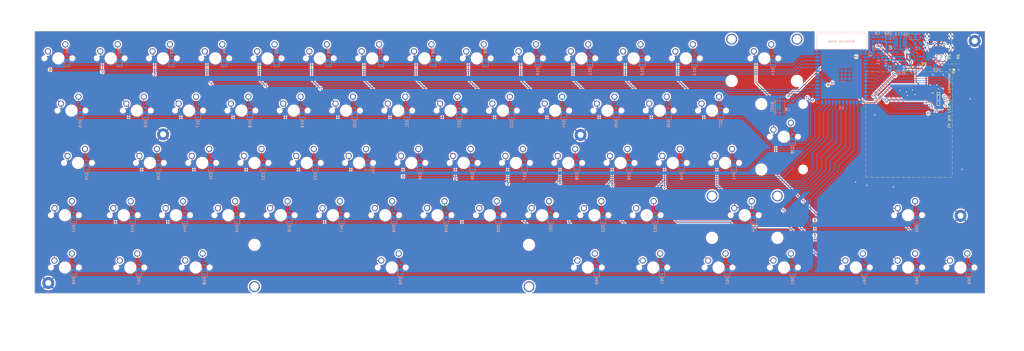
<source format=kicad_pcb>
(kicad_pcb (version 20221018) (generator pcbnew)
  (layers (0 "F.Cu" signal) (31 "B.Cu" signal) (34 "B.Paste" user) (35 "F.Paste" user) (36 "B.SilkS" user "B.Silkscreen") (37 "F.SilkS" user "F.Silkscreen") (38 "B.Mask" user) (39 "F.Mask" user) (44 "Edge.Cuts" user))
  (net 0 "")
  (net 1 "+3V3")
  (net 2 "GND")
  (net 3 "CHIP_PU")
  (net 4 "VBUS")
  (net 5 "Net-(U2-FB)")
  (net 6 "BOOT")
  (net 7 "Net-(D2-A)")
  (net 8 "Net-(D3-A)")
  (net 9 "Net-(D4-A)")
  (net 10 "Net-(D5-A)")
  (net 11 "Net-(D6-A)")
  (net 12 "COL0")
  (net 13 "Net-(D7-A)")
  (net 14 "COL1")
  (net 15 "Net-(D8-A)")
  (net 16 "COL2")
  (net 17 "Net-(D9-A)")
  (net 18 "COL3")
  (net 19 "Net-(D10-A)")
  (net 20 "ROW0")
  (net 21 "Net-(D11-A)")
  (net 22 "COL4")
  (net 23 "Net-(D12-A)")
  (net 24 "COL5")
  (net 25 "Net-(D13-A)")
  (net 26 "COL6")
  (net 27 "Net-(D14-A)")
  (net 28 "COL7")
  (net 29 "Net-(D15-A)")
  (net 30 "COL8")
  (net 31 "Net-(D16-A)")
  (net 32 "COL9")
  (net 33 "Net-(D17-A)")
  (net 34 "COL10")
  (net 35 "Net-(D18-A)")
  (net 36 "COL11")
  (net 37 "Net-(D19-A)")
  (net 38 "COL12")
  (net 39 "Net-(D20-A)")
  (net 40 "COL13")
  (net 41 "Net-(D21-A)")
  (net 42 "ROW1")
  (net 43 "Net-(D22-A)")
  (net 44 "ROW2")
  (net 45 "Net-(D23-A)")
  (net 46 "ROW3")
  (net 47 "Net-(D24-A)")
  (net 48 "ROW4")
  (net 49 "Net-(D25-A)")
  (net 50 "Net-(D26-A)")
  (net 51 "Net-(D27-A)")
  (net 52 "Net-(D28-A)")
  (net 53 "Net-(D29-A)")
  (net 54 "Net-(D30-A)")
  (net 55 "Net-(D31-A)")
  (net 57 "Net-(D32-A)")
  (net 59 "Net-(D33-A)")
  (net 60 "Net-(D34-A)")
  (net 61 "Net-(D35-A)")
  (net 62 "Net-(D36-A)")
  (net 63 "Net-(D37-A)")
  (net 64 "Net-(D38-A)")
  (net 65 "Net-(D39-A)")
  (net 66 "Net-(D40-A)")
  (net 67 "Net-(D41-A)")
  (net 68 "Net-(D42-A)")
  (net 69 "Net-(D43-A)")
  (net 70 "Net-(D44-A)")
  (net 71 "Net-(D45-A)")
  (net 72 "Net-(D46-A)")
  (net 73 "Net-(D47-A)")
  (net 74 "Net-(D48-A)")
  (net 75 "Net-(D49-A)")
  (net 76 "Net-(D50-A)")
  (net 77 "Net-(D51-A)")
  (net 78 "Net-(D52-A)")
  (net 79 "Net-(D53-A)")
  (net 80 "Net-(D54-A)")
  (net 81 "Net-(D55-A)")
  (net 82 "Net-(D56-A)")
  (net 83 "Net-(D57-A)")
  (net 84 "Net-(D58-A)")
  (net 85 "Net-(D59-A)")
  (net 86 "Net-(D60-A)")
  (net 87 "Net-(D61-A)")
  (net 88 "Net-(D62-A)")
  (net 89 "Net-(D63-A)")
  (net 90 "Net-(D64-A)")
  (net 91 "Net-(D65-A)")
  (net 92 "Net-(D66-A)")
  (net 93 "Net-(D67-A)")
  (net 94 "USB_D-")
  (net 95 "USB_D+")
  (net 96 "Net-(J1-GND-PadA1)")
  (net 97 "Net-(J1-CC1)")
  (net 99 "Net-(J1-CC2)")
  (net 101 "/Buck_Coil")
  (net 102 "Net-(U2-EN)")
  (net 103 "Net-(D1-A)")
  (net 106 "LCD_RESET")
  (net 107 "TEAR EFFECT")
  (net 108 "LCD_CLK")
  (net 109 "LCD_SIO0")
  (net 110 "Net-(J2-Pin_13)")
  (net 111 "TP_INT")
  (net 112 "TP_SDA")
  (net 113 "LCD_SIO4")
  (net 114 "LCD_D{slash}C")
  (net 115 "LCD_SIO3")
  (net 116 "TP_SCL")
  (net 117 "TP_RST")
  (net 118 "LCD_SIO1")
  (footprint "PCM_marbastlib-mx:SW_MX_1u" (layer "F.Cu") (at 176.8475 54.57875)
    (fp_text reference "MX8" hide)
    (fp_text value "MX_SW_solder" hide)
  )
  (footprint "PCM_marbastlib-mx:SW_MX_1u" (layer "F.Cu") (at 219.71 111.72875)
    (fp_text reference "MX51" hide)
    (fp_text value "MX_SW_solder" hide)
  )
  (footprint "PCM_marbastlib-mx:SW_MX_1u" (layer "F.Cu") (at 267.335 92.67875)
    (fp_text reference "MX40" hide)
    (fp_text value "MX_SW_solder" hide)
  )
  (footprint "" (layer "F.Cu") (at 39.83 136.43)
    (fp_text reference "")
    (fp_text value "")
  )
  (footprint "PCM_marbastlib-mx:SW_MX_1u" (layer "F.Cu") (at 200.66 111.72875)
    (fp_text reference "MX50" hide)
    (fp_text value "MX_SW_solder" hide)
  )
  (footprint "PCM_marbastlib-mx:SW_MX_1u" (layer "F.Cu") (at 143.51 111.72875)
    (fp_text reference "MX47" hide)
    (fp_text value "MX_SW_solder" hide)
  )
  (footprint "PCM_marbastlib-mx:SW_MX_1u" (layer "F.Cu") (at 105.41 111.72875)
    (fp_text reference "MX45" hide)
    (fp_text value "MX_SW_solder" hide)
  )
  (footprint "PCM_marbastlib-mx:SW_MX_1u" (layer "F.Cu") (at 353.06 130.77875)
    (fp_text reference "MX65" hide)
    (fp_text value "MX_SW_solder" hide)
  )
  (footprint "PCM_marbastlib-mx:SW_MX_1u" (layer "F.Cu") (at 229.235 92.67875)
    (fp_text reference "MX38" hide)
    (fp_text value "MX_SW_solder" hide)
  )
  (footprint "PCM_marbastlib-mx:SW_MX_1u" (layer "F.Cu") (at 243.5225 73.62875)
    (fp_text reference "MX25" hide)
    (fp_text value "MX_SW_solder" hide)
  )
  (footprint "Resistor_SMD:R_0603_1608Metric" (layer "F.Cu") (at 371.32206 56.623326 -90)
    (fp_text reference "R6")
    (fp_text value "5k1R 1%")
  )
  (footprint "PCM_marbastlib-mx:SW_MX_1u" (layer "F.Cu") (at 164.94125 130.77875)
    (fp_text reference "MX59" hide)
    (fp_text value "MX_SW_solder" hide)
  )
  (footprint "PCM_marbastlib-mx:SW_MX_1u" (layer "F.Cu") (at 293.52875 111.72875)
    (fp_text reference "MX54" hide)
    (fp_text value "MX_SW_solder" hide)
  )
  (footprint "" (layer "F.Cu") (at 81.64 82.28)
    (fp_text reference "")
    (fp_text value "")
  )
  (footprint "PCM_marbastlib-mx:SW_MX_1u" (layer "F.Cu") (at 100.6475 54.57875)
    (fp_text reference "MX4" hide)
    (fp_text value "MX_SW_solder" hide)
  )
  (footprint "PCM_marbastlib-mx:SW_MX_1.75u" (layer "F.Cu") (at 50.64125 92.67875)
    (fp_text reference "MX29" hide)
    (fp_text value "MX_SW_solder" hide)
  )
  (footprint "PCM_marbastlib-mx:SW_MX_1u" (layer "F.Cu") (at 281.6225 73.62875)
    (fp_text reference "MX27" hide)
    (fp_text value "MX_SW_solder" hide)
  )
  (footprint "PCM_marbastlib-mx:SW_MX_1u" (layer "F.Cu") (at 67.31 111.72875)
    (fp_text reference "MX43" hide)
    (fp_text value "MX_SW_solder" hide)
  )
  (footprint "PCM_marbastlib-mx:SW_MX_1.25u" (layer "F.Cu") (at 284.00375 130.77875)
    (fp_text reference "MX62" hide)
    (fp_text value "MX_SW_solder" hide)
  )
  (footprint "PCM_marbastlib-mx:SW_MX_1u" (layer "F.Cu") (at 210.185 92.67875)
    (fp_text reference "MX37" hide)
    (fp_text value "MX_SW_solder" hide)
  )
  (footprint "PCM_marbastlib-mx:SW_MX_1.25u" (layer "F.Cu") (at 45.87875 130.77875)
    (fp_text reference "MX56" hide)
    (fp_text value "MX_SW_solder" hide)
  )
  (footprint "PCM_marbastlib-mx:SW_MX_1u" (layer "F.Cu") (at 372.11 130.77875)
    (fp_text reference "MX66" hide)
    (fp_text value "MX_SW_solder" hide)
  )
  (footprint "PCM_marbastlib-mx:SW_MX_1u" (layer "F.Cu") (at 133.985 92.67875)
    (fp_text reference "MX33" hide)
    (fp_text value "MX_SW_solder" hide)
  )
  (footprint "Resistor_SMD:R_0603_1608Metric" (layer "F.Cu") (at 368.146774 56.615524 -90)
    (fp_text reference "R5")
    (fp_text value "5k1R 1%")
  )
  (footprint "PCM_marbastlib-mx:SW_MX_1u" (layer "F.Cu") (at 62.5475 54.57875)
    (fp_text reference "MX2" hide)
    (fp_text value "MX_SW_solder" hide)
  )
  (footprint "PCM_marbastlib-mx:STAB_MX_P_6.25u" (layer "F.Cu") (at 164.94125 130.77875 180)
    (fp_text reference "S1" hide)
    (fp_text value "MX_stab")
  )
  (footprint "PCM_marbastlib-mx:STAB_MX_P_2.75u" (layer "F.Cu") (at 293.52875 111.72875)
    (fp_text reference "S4" hide)
    (fp_text value "MX_stab")
  )
  (footprint "24P_LCD_CONN:CONN-SMD_24P-P0.40_X0400FVS-24-LPSN-LINEAR" (layer "F.Cu") (at 364.072 69.314)
    (fp_text reference "J2")
    (fp_text value "24 pin LCD FPC connector")
  )
  (footprint "PCM_marbastlib-mx:SW_MX_1u" (layer "F.Cu") (at 253.0475 54.57875)
    (fp_text reference "MX12" hide)
    (fp_text value "MX_SW_solder" hide)
  )
  (footprint "PCM_marbastlib-mx:SW_MX_1.25u" (layer "F.Cu") (at 236.37875 130.77875)
    (fp_text reference "MX60" hide)
    (fp_text value "MX_SW_solder" hide)
  )
  (footprint "PCM_marbastlib-mx:SW_MX_1u" (layer "F.Cu") (at 153.035 92.67875)
    (fp_text reference "MX34" hide)
    (fp_text value "MX_SW_solder" hide)
  )
  (footprint "PCM_marbastlib-mx:SW_MX_1u" (layer "F.Cu") (at 286.385 92.67875)
    (fp_text reference "MX41" hide)
    (fp_text value "MX_SW_solder" hide)
  )
  (footprint "PCM_marbastlib-mx:SW_MX_1u" (layer "F.Cu") (at 114.935 92.67875)
    (fp_text reference "MX32" hide)
    (fp_text value "MX_SW_solder" hide)
  )
  (footprint "PCM_marbastlib-mx:SW_MX_1.25u" (layer "F.Cu") (at 307.81625 130.77875)
    (fp_text reference "MX63" hide)
    (fp_text value "MX_SW_solder" hide)
  )
  (footprint "PCM_marbastlib-mx:SW_MX_1u" (layer "F.Cu") (at 91.1225 73.62875)
    (fp_text reference "MX17" hide)
    (fp_text value "MX_SW_solder" hide)
  )
  (footprint "PCM_marbastlib-mx:SW_MX_1u" (layer "F.Cu") (at 248.285 92.67875)
    (fp_text reference "MX39" hide)
    (fp_text value "MX_SW_solder" hide)
  )
  (footprint "PCM_marbastlib-mx:SW_MX_1u" (layer "F.Cu") (at 262.5725 73.62875)
    (fp_text reference "MX26" hide)
    (fp_text value "MX_SW_solder" hide)
  )
  (footprint "PCM_marbastlib-mx:SW_MX_1u" (layer "F.Cu") (at 257.81 111.72875)
    (fp_text reference "MX53" hide)
    (fp_text value "MX_SW_solder" hide)
  )
  (footprint "PCM_marbastlib-mx:SW_MX_1u" (layer "F.Cu") (at 300.6725 54.57875)
    (fp_text reference "MX14" hide)
    (fp_text value "MX_SW_solder" hide)
  )
  (footprint "PCM_marbastlib-mx:SW_MX_1u" (layer "F.Cu") (at 72.0725 73.62875)
    (fp_text reference "MX16" hide)
    (fp_text value "MX_SW_solder" hide)
  )
  (footprint "PCM_marbastlib-mx:SW_MX_1u" (layer "F.Cu") (at 124.46 111.72875)
    (fp_text reference "MX46" hide)
    (fp_text value "MX_SW_solder" hide)
  )
  (footprint "PCM_marbastlib-mx:SW_MX_1u" (layer "F.Cu") (at 233.9975 54.57875)
    (fp_text reference "MX11" hide)
    (fp_text value "MX_SW_solder" hide)
  )
  (footprint "PCM_marbastlib-mx:SW_MX_1u" (layer "F.Cu") (at 191.135 92.67875)
    (fp_text reference "MX36" hide)
    (fp_text value "MX_SW_solder" hide)
  )
  (footprint "PCM_marbastlib-mx:SW_MX_1u" (layer "F.Cu") (at 224.4725 73.62875)
    (fp_text reference "MX24" hide)
    (fp_text value "MX_SW_solder" hide)
  )
  (footprint "PCM_marbastlib-mx:SW_MX_1u" (layer "F.Cu") (at 43.4975 54.57875)
    (fp_text reference "MX1" hide)
    (fp_text value "MX_SW_solder" hide)
  )
  (footprint "PCM_marbastlib-mx:SW_MX_1u" (layer "F.Cu") (at 172.085 92.67875)
    (fp_text reference "MX35" hide)
    (fp_text value "MX_SW_solder" hide)
  )
  (footprint "PCM_marbastlib-mx:SW_MX_1u" (layer "F.Cu") (at 138.7475 54.57875)
    (fp_text reference "MX6" hide)
    (fp_text value "MX_SW_solder" hide)
  )
  (footprint "PCM_marbastlib-mx:SW_MX_1u" (layer "F.Cu") (at 353.06 111.72875)
    (fp_text reference "MX55" hide)
    (fp_text value "MX_SW_solder" hide)
  )
  (footprint "PCM_marbastlib-mx:SW_MX_1.25u" (layer "F.Cu") (at 69.69125 130.77875)
    (fp_text reference "MX57" hide)
    (fp_text value "MX_SW_solder" hide)
  )
  (footprint "PCM_marbastlib-mx:SW_MX_1u" (layer "F.Cu") (at 272.0975 54.57875)
    (fp_text reference "MX13" hide)
    (fp_text value "MX_SW_solder" hide)
  )
  (footprint "PCM_marbastlib-mx:SW_MX_1.5u" (layer "F.Cu") (at 48.26 73.62875)
    (fp_text reference "MX15" hide)
    (fp_text value "MX_SW_solder" hide)
  )
  (footprint "Connector_USB:USB_C_Receptacle_HRO_TYPE-C-31-M-12" (layer "F.Cu") (at 364.275292 47.610209 180)
    (fp_text reference "J1")
    (fp_text value "USB_C_REP_2.0")
  )
  (footprint "PCM_marbastlib-mx:SW_MX_1u" (layer "F.Cu") (at 76.835 92.67875)
    (fp_text reference "MX30" hide)
    (fp_text value "MX_SW_solder" hide)
  )
  (footprint "Resistor_SMD:R_0603_1608Metric" (layer "F.Cu") (at 358.80625 58.237649 180)
    (fp_text reference "R9")
    (fp_text value "51.1R 1%")
  )
  (footprint "Resistor_SMD:R_0603_1608Metric" (layer "F.Cu") (at 369.738318 56.621261 -90)
    (fp_text reference "R8")
    (fp_text value "0R 1%")
  )
  (footprint "PCM_marbastlib-mx:SW_MX_1u" (layer "F.Cu") (at 119.6975 54.57875)
    (fp_text reference "MX5" hide)
    (fp_text value "MX_SW_solder" hide)
  )
  (footprint "PCM_marbastlib-mx:SW_MX_1.25u" (layer "F.Cu") (at 45.87875 111.72875)
    (fp_text reference "MX42" hide)
    (fp_text value "MX_SW_solder" hide)
  )
  (footprint "PCM_marbastlib-mx:SW_MX_1u" (layer "F.Cu") (at 238.76 111.72875)
    (fp_text reference "MX52" hide)
    (fp_text value "MX_SW_solder" hide)
  )
  (footprint "PCM_marbastlib-mx:STAB_MX_P_2u" (layer "F.Cu") (at 300.6725 54.57875)
    (fp_text reference "S2" hide)
    (fp_text value "MX_stab")
  )
  (footprint "PCM_marbastlib-mx:SW_MX_1u" (layer "F.Cu") (at 334.01 130.77875)
    (fp_text reference "MX64" hide)
    (fp_text value "MX_SW_solder" hide)
  )
  (footprint "PCM_marbastlib-mx:SW_MX_1.25u" (layer "F.Cu") (at 260.19125 130.77875)
    (fp_text reference "MX61" hide)
    (fp_text value "MX_SW_solder" hide)
  )
  (footprint "PCM_marbastlib-mx:STAB_MX_ISO-ROT" (layer "F.Cu") (at 307.81625 83.15375)
    (fp_text reference "S5" hide)
    (fp_text value "MX_stab")
  )
  (footprint "PCM_marbastlib-mx:SW_MX_1u" (layer "F.Cu") (at 181.61 111.72875)
    (fp_text reference "MX49" hide)
    (fp_text value "MX_SW_solder" hide)
  )
  (footprint "PCM_marbastlib-mx:SW_MX_1u" (layer "F.Cu") (at 162.56 111.72875)
    (fp_text reference "MX48" hide)
    (fp_text value "MX_SW_solder" hide)
  )
  (footprint "PCM_marbastlib-mx:SW_MX_1u" (layer "F.Cu") (at 157.7975 54.57875)
    (fp_text reference "MX7" hide)
    (fp_text value "MX_SW_solder" hide)
  )
  (footprint "PCM_marbastlib-mx:SW_MX_1u" (layer "F.Cu") (at 205.4225 73.62875)
    (fp_text reference "MX23" hide)
    (fp_text value "MX_SW_solder" hide)
  )
  (footprint "PCM_marbastlib-mx:SW_MX_1u" (layer "F.Cu") (at 129.2225 73.62875)
    (fp_text reference "MX19" hide)
    (fp_text value "MX_SW_solder" hide)
  )
  (footprint "PCM_marbastlib-mx:SW_MX_1.25u" (layer "F.Cu") (at 93.50375 130.77875)
    (fp_text reference "MX58" hide)
    (fp_text value "MX_SW_solder" hide)
  )
  (footprint "PCM_marbastlib-mx:SW_MX_1u" (layer "F.Cu") (at 195.8975 54.57875)
    (fp_text reference "MX9" hide)
    (fp_text value "MX_SW_solder" hide)
  )
  (footprint "PCM_marbastlib-mx:SW_MX_1u" (layer "F.Cu") (at 167.3225 73.62875)
    (fp_text reference "MX21" hide)
    (fp_text value "MX_SW_solder" hide)
  )
  (footprint "MountingHole:MountingHole_2.2mm_M2_Pad" (layer "F.Cu") (at 377.31 48.25)
    (fp_text reference "REF**" hide)
    (fp_text value "MountingHole_2.2mm_M2_Pad")
  )
  (footprint "PCM_marbastlib-mx:SW_MX_1u" (layer "F.Cu") (at 95.885 92.67875)
    (fp_text reference "MX31" hide)
    (fp_text value "MX_SW_solder" hide)
  )
  (footprint "" (layer "F.Cu") (at 372.16 111.95)
    (fp_text reference "")
    (fp_text value "")
  )
  (footprint "" (layer "F.Cu") (at 233.73 82.49)
    (fp_text reference "")
    (fp_text value "")
  )
  (footprint "PCM_marbastlib-mx:SW_MX_1u" (layer "F.Cu") (at 148.2725 73.62875)
    (fp_text reference "MX20" hide)
    (fp_text value "MX_SW_solder" hide)
  )
  (footprint "PCM_marbastlib-mx:SW_MX_1u" (layer "F.Cu") (at 214.9475 54.57875)
    (fp_text reference "MX10" hide)
    (fp_text value "MX_SW_solder" hide)
  )
  (footprint "PCM_marbastlib-mx:SW_MX_1u" (layer "F.Cu") (at 186.3725 73.62875)
    (fp_text reference "MX22" hide)
    (fp_text value "MX_SW_solder" hide)
  )
  (footprint "PCM_marbastlib-mx:SW_MX_1u" (layer "F.Cu") (at 86.36 111.72875)
    (fp_text reference "MX44" hide)
    (fp_text value "MX_SW_solder" hide)
  )
  (footprint "PCM_marbastlib-mx:SW_MX_1u" (layer "F.Cu") (at 110.1725 73.62875)
    (fp_text reference "MX18" hide)
    (fp_text value "MX_SW_solder" hide)
  )
  (footprint "PCM_marbastlib-mx:SW_MX_1u" (layer "F.Cu") (at 307.81625 83.15375)
    (fp_text reference "MX28" hide)
    (fp_text value "MX_SW_solder" hide)
  )
  (footprint "PCM_marbastlib-mx:SW_MX_1u" (layer "F.Cu") (at 81.5975 54.57875)
    (fp_text reference "MX3" hide)
    (fp_text value "MX_SW_solder" hide)
  )
  (footprint "Diode_SMD:D_SOD-123" (layer "B.Cu") (at 84.7725 55.3725 90)
    (fp_text reference "D3")
    (fp_text value "D_Small")
  )
  (footprint "Diode_SMD:D_SOD-123" (layer "B.Cu") (at 108.585 112.5225 90)
    (fp_text reference "D45")
    (fp_text value "D_Small")
  )
  (footprint "Diode_SMD:D_SOD-123" (layer "B.Cu") (at 53.81625 93.4725 90)
    (fp_text reference "D29")
    (fp_text value "D_Small")
  )
  (footprint "Diode_SMD:D_SOD-123" (layer "B.Cu") (at 213.36 93.4725 90)
    (fp_text reference "D37")
    (fp_text value "D_Small")
  )
  (footprint "Diode_SMD:D_SOD-123" (layer "B.Cu") (at 310.99125 131.5725 90)
    (fp_text reference "D63")
    (fp_text value "D_Small")
  )
  (footprint "Diode_SMD:D_SOD-123" (layer "B.Cu") (at 103.8225 55.3725 90)
    (fp_text reference "D4")
    (fp_text value "D_Small")
  )
  (footprint "Diode_SMD:D_SOD-123" (layer "B.Cu") (at 246.6975 74.4225 90)
    (fp_text reference "D25")
    (fp_text value "D_Small")
  )
  (footprint "Resistor_SMD:R_0603_1608Metric" (layer "B.Cu") (at 351.175196 53.169409 90)
    (fp_text reference "R4")
    (fp_text value "22k1R 1%")
  )
  (footprint "Diode_SMD:D_SOD-123" (layer "B.Cu") (at 218.1225 55.3725 90)
    (fp_text reference "D10")
    (fp_text value "D_Small")
  )
  (footprint "Resistor_SMD:R_0603_1608Metric" (layer "B.Cu") (at 349.25 53.15 -90)
    (fp_text reference "R3")
    (fp_text value "100kR 1%")
  )
  (footprint "Diode_SMD:D_SOD-123" (layer "B.Cu") (at 203.835 112.5225 90)
    (fp_text reference "D50")
    (fp_text value "D_Small")
  )
  (footprint "Diode_SMD:D_SOD-123" (layer "B.Cu") (at 355.765474 46.83125)
    (fp_text reference "D67")
    (fp_text value "B5819W")
  )
  (footprint "Package_TO_SOT_SMD:SOT-143" (layer "B.Cu") (at 363.5375 56.379655)
    (fp_text reference "D69")
    (fp_text value "SP0503BAHT")
  )
  (footprint "Button_Switch_SMD:SW_SPST_PTS810" (layer "B.Cu") (at 350.01367 57.301463 180)
    (fp_text reference "RESET")
    (fp_text value "SW_Push")
  )
  (footprint "Diode_SMD:D_SOD-123" (layer "B.Cu") (at 310.99125 83.9475 90)
    (fp_text reference "D28")
    (fp_text value "D_Small")
  )
  (footprint "Diode_SMD:D_SOD-123" (layer "B.Cu") (at 72.86625 131.5725 90)
    (fp_text reference "D57")
    (fp_text value "D_Small")
  )
  (footprint "Capacitor_SMD:C_0805_2012Metric" (layer "B.Cu") (at 345.037878 53.114895 -90)
    (fp_text reference "C4")
    (fp_text value "10uF 16V")
  )
  (footprint "Diode_SMD:D_SOD-123" (layer "B.Cu") (at 146.685 112.5225 90)
    (fp_text reference "D47")
    (fp_text value "D_Small")
  )
  (footprint "Diode_SMD:D_SOD-123" (layer "B.Cu") (at 227.6475 74.4225 90)
    (fp_text reference "D24")
    (fp_text value "D_Small")
  )
  (footprint "Diode_SMD:D_SOD-123" (layer "B.Cu") (at 118.11 93.4725 90)
    (fp_text reference "D32")
    (fp_text value "D_Small")
  )
  (footprint "Diode_SMD:D_SOD-123" (layer "B.Cu") (at 287.17875 131.5725 90)
    (fp_text reference "D62")
    (fp_text value "D_Small")
  )
  (footprint "Diode_SMD:D_SOD-123" (layer "B.Cu") (at 175.26 93.4725 90)
    (fp_text reference "D35")
    (fp_text value "D_Small")
  )
  (footprint "Diode_SMD:D_SOD-123" (layer "B.Cu") (at 222.885 112.5225 90)
    (fp_text reference "D51")
    (fp_text value "D_Small")
  )
  (footprint "Diode_SMD:D_SOD-123" (layer "B.Cu") (at 160.9725 55.3725 90)
    (fp_text reference "D7")
    (fp_text value "D_Small")
  )
  (footprint "Diode_SMD:D_SOD-123" (layer "B.Cu") (at 80.01 93.4725 90)
    (fp_text reference "D30")
    (fp_text value "D_Small")
  )
  (footprint "Diode_SMD:D_SOD-123" (layer "B.Cu") (at 356.235 112.5225 90)
    (fp_text reference "D55")
    (fp_text value "D_Small")
  )
  (footprint "Button_Switch_SMD:SW_SPST_PTS810" (layer "B.Cu") (at 306.3875 72.23125 90)
    (fp_text reference "BOOT")
    (fp_text value "SW_Push")
  )
  (footprint "Diode_SMD:D_SOD-123" (layer "B.Cu") (at 99.06 93.4725 90)
    (fp_text reference "D31")
    (fp_text value "D_Small")
  )
  (footprint "Diode_SMD:D_SOD-123" (layer "B.Cu") (at 168.11625 131.5725 90)
    (fp_text reference "D59")
    (fp_text value "D_Small")
  )
  (footprint "Diode_SMD:D_SOD-123" (layer "B.Cu") (at 296.70375 112.5225 90)
    (fp_text reference "D54")
    (fp_text value "D_Small")
  )
  (footprint "Capacitor_SMD:C_0805_2012Metric" (layer "B.Cu") (at 356.525707 49.086104)
    (fp_text reference "C2")
    (fp_text value "10uF 16V")
  )
  (footprint "Capacitor_SMD:C_0603_1608Metric" (layer "B.Cu") (at 343.432587 47.6438 90)
    (fp_text reference "C7")
    (fp_text value "10nF 10V")
  )
  (footprint "Resistor_SMD:R_0603_1608Metric" (layer "B.Cu") (at 340.575543 53.395705 -90)
    (fp_text reference "R1")
    (fp_text value "10kR 1%")
  )
  (footprint "PCM_Espressif:ESP32-S3-WROOM-1" (layer "B.Cu") (at 328.77125 61.11875 180)
    (fp_text reference "U1")
    (fp_text value "ESP32-S3-WROOM-1")
  )
  (footprint "Diode_SMD:D_SOD-123" (layer "B.Cu") (at 199.0725 55.3725 90)
    (fp_text reference "D9")
    (fp_text value "D_Small")
  )
  (footprint "Diode_SMD:D_SOD-323" (layer "B.Cu") (at 345.768855 47.625 -90)
    (fp_text reference "D68")
    (fp_text value "PESD3V3L1BA,115")
  )
  (footprint "Diode_SMD:D_SOD-123" (layer "B.Cu") (at 94.2975 74.4225 90)
    (fp_text reference "D17")
    (fp_text value "D_Small")
  )
  (footprint "Diode_SMD:D_SOD-123" (layer "B.Cu") (at 65.7225 55.3725 90)
    (fp_text reference "D2")
    (fp_text value "D_Small")
  )
  (footprint "Diode_SMD:D_SOD-123" (layer "B.Cu") (at 151.4475 74.4225 90)
    (fp_text reference "D20")
    (fp_text value "D_Small")
  )
  (footprint "Diode_SMD:D_SOD-123" (layer "B.Cu") (at 189.5475 74.4225 90)
    (fp_text reference "D22")
    (fp_text value "D_Small")
  )
  (footprint "Diode_SMD:D_SOD-123" (layer "B.Cu") (at 241.935 112.5225 90)
    (fp_text reference "D52")
    (fp_text value "D_Small")
  )
  (footprint "Capacitor_SMD:C_0603_1608Metric" (layer "B.Cu") (at 341.845087 47.6813 90)
    (fp_text reference "C6")
    (fp_text value "100nF 10V")
  )
  (footprint "Diode_SMD:D_SOD-123" (layer "B.Cu") (at 275.2725 55.3725 90)
    (fp_text reference "D13")
    (fp_text value "D_Small")
  )
  (footprint "Diode_SMD:D_SOD-123" (layer "B.Cu") (at 49.05375 112.5225 90)
    (fp_text reference "D42")
    (fp_text value "D_Small")
  )
  (footprint "Diode_SMD:D_SOD-123" (layer "B.Cu") (at 51.435 74.4225 90)
    (fp_text reference "D15")
    (fp_text value "D_Small")
  )
  (footprint "Capacitor_SMD:C_0603_1608Metric" (layer "B.Cu") (at 309.245242 70.860352 90)
    (fp_text reference "C8")
    (fp_text value "1nF 10V")
  )
  (footprint "Capacitor_SMD:C_0603_1608Metric" (layer "B.Cu") (at 347.419128 53.096145 -90)
    (fp_text reference "C3")
    (fp_text value "22pF 50V")
  )
  (footprint "Resistor_SMD:R_0603_1608Metric" (layer "B.Cu") (at 311.151048 69.268656 -90)
    (fp_text reference "R7")
    (fp_text value "10kR 1%")
  )
  (footprint "Diode_SMD:D_SOD-123" (layer "B.Cu") (at 232.41 93.4725 90)
    (fp_text reference "D38")
    (fp_text value "D_Small")
  )
  (footprint "Diode_SMD:D_SOD-123" (layer "B.Cu") (at 180.0225 55.3725 90)
    (fp_text reference "D8")
    (fp_text value "D_Small")
  )
  (footprint "Diode_SMD:D_SOD-123" (layer "B.Cu") (at 356.235 131.5725 90)
    (fp_text reference "D65")
    (fp_text value "D_Small")
  )
  (footprint "Diode_SMD:D_SOD-123" (layer "B.Cu") (at 170.4975 74.4225 90)
    (fp_text reference "D21")
    (fp_text value "D_Small")
  )
  (footprint "Capacitor_SMD:C_0603_1608Metric" (layer "B.Cu") (at 340.257587 47.6438 90)
    (fp_text reference "C5")
    (fp_text value "1uF 16V")
  )
  (footprint "Diode_SMD:D_SOD-123" (layer "B.Cu") (at 132.3975 74.4225 90)
    (fp_text reference "D19")
    (fp_text value "D_Small")
  )
  (footprint "Diode_SMD:D_SOD-123" (layer "B.Cu") (at 265.7475 74.4225 90)
    (fp_text reference "D26")
    (fp_text value "D_Small")
  )
  (footprint "Diode_SMD:D_SOD-123" (layer "B.Cu") (at 96.67875 131.5725 90)
    (fp_text reference "D58")
    (fp_text value "D_Small")
  )
  (footprint "Diode_SMD:D_SOD-123" (layer "B.Cu") (at 289.56 93.4725 90)
    (fp_text reference "D41")
    (fp_text value "D_Small")
  )
  (footprint "Diode_SMD:D_SOD-123" (layer "B.Cu") (at 137.16 93.4725 90)
    (fp_text reference "D33")
    (fp_text value "D_Small")
  )
  (footprint "Diode_SMD:D_SOD-123" (layer "B.Cu") (at 141.9225 55.3725 90)
    (fp_text reference "D6")
    (fp_text value "D_Small")
  )
  (footprint "Diode_SMD:D_SOD-123" (layer "B.Cu") (at 46.6725 55.3725 90)
    (fp_text reference "D1")
    (fp_text value "D_Small")
  )
  (footprint "Diode_SMD:D_SOD-123" (layer "B.Cu") (at 337.185 131.5725 90)
    (fp_text reference "D64")
    (fp_text value "D_Small")
  )
  (footprint "Diode_SMD:D_SOD-123" (layer "B.Cu") (at 156.21 93.4725 90)
    (fp_text reference "D34")
    (fp_text value "D_Small")
  )
  (footprint "Diode_SMD:D_SOD-123" (layer "B.Cu") (at 70.485 112.5225 90)
    (fp_text reference "D43")
    (fp_text value "D_Small")
  )
  (footprint "Diode_SMD:D_SOD-123" (layer "B.Cu") (at 239.55375 131.5725 90)
    (fp_text reference "D60")
    (fp_text value "D_Small")
  )
  (footprint "Inductor_SMD:L_Bourns-SRN4018" (layer "B.Cu") (at 350.221829 48.754336 180)
    (fp_text reference "L1")
    (fp_text value "SPH4018H2R2MT (2.2uH 2.2A)")
  )
  (footprint "Diode_SMD:D_SOD-123" (layer "B.Cu") (at 184.785 112.5225 90)
    (fp_text reference "D49")
    (fp_text value "D_Small")
  )
  (footprint "Diode_SMD:D_SOD-123" (layer "B.Cu") (at 270.51 93.4725 90)
    (fp_text reference "D40")
    (fp_text value "D_Small")
  )
  (footprint "Diode_SMD:D_SOD-123" (layer "B.Cu") (at 194.31 93.4725 90)
    (fp_text reference "D36")
    (fp_text value "D_Small")
  )
  (footprint "Diode_SMD:D_SOD-123" (layer "B.Cu") (at 237.1725 55.3725 90)
    (fp_text reference "D11")
    (fp_text value "D_Small")
  )
  (footprint "Capacitor_SMD:C_0603_1608Metric" (layer "B.Cu") (at 342.163043 53.376955 90)
    (fp_text reference "C1")
    (fp_text value "1uF 16V")
  )
  (footprint "Diode_SMD:D_SOD-123" (layer "B.Cu") (at 260.985 112.5225 90)
    (fp_text reference "D53")
    (fp_text value "D_Small")
  )
  (footprint "Diode_SMD:D_SOD-123" (layer "B.Cu") (at 251.46 93.4725 90)
    (fp_text reference "D39")
    (fp_text value "D_Small")
  )
  (footprint "Diode_SMD:D_SOD-123" (layer "B.Cu") (at 49.05375 131.5725 90)
    (fp_text reference "D56")
    (fp_text value "D_Small")
  )
  (footprint "Diode_SMD:D_SOD-123" (layer "B.Cu") (at 284.7975 74.4225 90)
    (fp_text reference "D27")
    (fp_text value "D_Small")
  )
  (footprint "Diode_SMD:D_SOD-123" (layer "B.Cu") (at 375.285 131.5725 90)
    (fp_text reference "D66")
    (fp_text value "D_Small")
  )
  (footprint "Diode_SMD:D_SOD-123" (layer "B.Cu") (at 303.8475 55.3725 90)
    (fp_text reference "D14")
    (fp_text value "D_Small")
  )
  (footprint "Resistor_SMD:R_0603_1608Metric" (layer "B.Cu") (at 354.775 57.94375 180)
    (fp_text reference "R2")
    (fp_text value "10kR 1%")
  )
  (footprint "Diode_SMD:D_SOD-123" (layer "B.Cu") (at 208.5975 74.4225 90)
    (fp_text reference "D23")
    (fp_text value "D_Small")
  )
  (footprint "Diode_SMD:D_SOD-123" (layer "B.Cu") (at 165.735 112.5225 90)
    (fp_text reference "D48")
    (fp_text value "D_Small")
  )
  (footprint "Diode_SMD:D_SOD-123" (layer "B.Cu") (at 113.3475 74.4225 90)
    (fp_text reference "D18")
    (fp_text value "D_Small")
  )
  (footprint "Diode_SMD:D_SOD-123" (layer "B.Cu") (at 89.535 112.5225 90)
    (fp_text reference "D44")
    (fp_text value "D_Small")
  )
  (footprint "Diode_SMD:D_SOD-123" (layer "B.Cu") (at 127.635 112.5225 90)
    (fp_text reference "D46")
    (fp_text value "D_Small")
  )
  (footprint "Diode_SMD:D_SOD-123" (layer "B.Cu") (at 256.2225 55.3725 90)
    (fp_text reference "D12")
    (fp_text value "D_Small")
  )
  (footprint "Package_TO_SOT_SMD:SOT-23-5" (layer "B.Cu") (at 355.248026 53.732943 -45)
    (fp_text reference "U2")
    (fp_text value "SY8088")
  )
  (footprint "Diode_SMD:D_SOD-123" (layer "B.Cu") (at 122.8725 55.3725 90)
    (fp_text reference "D5")
    (fp_text value "D_Small")
  )
  (footprint "Diode_SMD:D_SOD-123" (layer "B.Cu") (at 263.36625 131.5725 90)
    (fp_text reference "D61")
    (fp_text value "D_Small")
  )
  (footprint "Diode_SMD:D_SOD-123" (layer "B.Cu") (at 75.2475 74.4225 90)
    (fp_text reference "D16")
    (fp_text value "D_Small")
  )
  (gr_rect (start 34.89 44.74) (end 381.04 140.21) (stroke (width 0.1)) (fill none) (layer "Edge.Cuts"))
  (segment (start 325.4375 53.975) (end 334.16875 53.975) (width 0.25) (layer "F.Cu") (net 1))
  (segment (start 341.888279 50.066886) (end 342.713031 50.066886) (width 0.5) (layer "F.Cu") (net 1))
  (segment (start 355.98 58.237649) (end 355.98 63.11) (width 0.3) (layer "F.Cu") (net 1))
  (segment (start 362.08751 68.40001) (end 361.95 68.2625) (width 0.2) (layer "F.Cu") (net 1))
  (segment (start 311.10042 66.675) (end 312.7375 66.675) (width 0.25) (layer "F.Cu") (net 1))
  (segment (start 355.98 58.237649) (end 357.98125 58.237649) (width 0.5) (layer "F.Cu") (net 1))
  (segment (start 343.337844 50.691699) (end 350.883794 58.237649) (width 0.5) (layer "F.Cu") (net 1))
  (segment (start 350.883794 58.237649) (end 355.98 58.237649) (width 0.5) (layer "F.Cu") (net 1))
  (segment (start 362.89998 68.40001) (end 362.08751 68.40001) (width 0.2) (layer "F.Cu") (net 1))
  (segment (start 309.311 68.46442) (end 311.10042 66.675) (width 0.25) (layer "F.Cu") (net 1))
  (segment (start 361.95 68.2625) (end 362.21249 68.00001) (width 0.2) (layer "F.Cu") (net 1))
  (segment (start 355.98 63.11) (end 361.03 68.16) (width 0.3) (layer "F.Cu") (net 1))
  (segment (start 342.713031 50.066886) (end 343.337844 50.691699) (width 0.5) (layer "F.Cu") (net 1))
  (segment (start 362.0525 68.16) (end 361.03 68.16) (width 0.2) (layer "F.Cu") (net 1))
  (segment (start 362.21249 68.00001) (end 362.89998 68.00001) (width 0.2) (layer "F.Cu") (net 1))
  (segment (start 362.21249 68.00001) (end 362.0525 68.16) (width 0.2) (layer "F.Cu") (net 1))
  (segment (start 312.7375 66.675) (end 325.4375 53.975) (width 0.25) (layer "F.Cu") (net 1))
  (via (at 309.311 68.46442) (size 0.8) (drill 0.4) (layers "F.Cu" "B.Cu") (net 1))
  (via (at 343.337844 50.691699) (size 0.8) (drill 0.4) (layers "F.Cu" "B.Cu") (net 1))
  (via (at 334.16875 53.975) (size 0.8) (drill 0.4) (layers "F.Cu" "B.Cu") (net 1))
  (via (at 341.888279 50.066886) (size 0.8) (drill 0.4) (layers "F.Cu" "B.Cu") (net 1))
  (segment (start 349.1875 52.3875) (end 349.25 52.325) (width 0.25) (layer "B.Cu") (net 1))
  (segment (start 341.888279 48.499492) (end 341.845087 48.4563) (width 0.5) (layer "B.Cu") (net 1))
  (segment (start 344.74375 48.675) (end 344.4875 48.41875) (width 0.75) (layer "B.Cu") (net 1))
  (segment (start 340.363078 48.524291) (end 340.257587 48.4188) (width 0.25) (layer "B.Cu") (net 1))
  (segment (start 341.845087 48.4563) (end 340.295087 48.4563) (width 0.75) (layer "B.Cu") (net 1))
  (segment (start 343.395087 48.4563) (end 343.432587 48.4188) (width 0.25) (layer "B.Cu") (net 1))
  (segment (start 347.422983 52.325) (end 347.419128 52.321145) (width 0.5) (layer "B.Cu") (net 1))
  (segment (start 341.882587 48.4188) (end 341.845087 48.4563) (width 0.75) (layer "B.Cu") (net 1))
  (segment (start 343.337844 48.513543) (end 343.432587 48.4188) (width 0.5) (layer "B.Cu") (net 1))
  (segment (start 340.295087 48.4563) (end 340.257587 48.4188) (width 0.75) (layer "B.Cu") (net 1))
  (segment (start 340.335545 52.570705) (end 340.575543 52.570705) (width 0.25) (layer "B.Cu") (net 1))
  (segment (start 345.037878 49.405977) (end 345.768855 48.675) (width 0.75) (layer "B.Cu") (net 1))
  (segment (start 309.331764 68.443656) (end 309.311 68.46442) (width 0.25) (layer "B.Cu") (net 1))
  (segment (start 340.257587 48.4188) (end 340.257587 52.252749) (width 0.75) (layer "B.Cu") (net 1))
  (segment (start 334.3225 54.12875) (end 337.52125 54.12875) (width 0.25) (layer "B.Cu") (net 1))
  (segment (start 341.807587 48.4188) (end 341.845087 48.4563) (width 0.25) (layer "B.Cu") (net 1))
  (segment (start 345.768855 48.675) (end 344.74375 48.675) (width 0.75) (layer "B.Cu") (net 1))
  (segment (start 340.575543 52.570705) (end 339.017498 54.12875) (width 0.75) (layer "B.Cu") (net 1))
  (segment (start 311.151048 68.443656) (end 309.331764 68.443656) (width 0.25) (layer "B.Cu") (net 1))
  (segment (start 343.637784 48.623997) (end 343.432587 48.4188) (width 0.25) (layer "B.Cu") (net 1))
  (segment (start 347.310147 52.212164) (end 347.419128 52.321145) (width 0.25) (layer "B.Cu") (net 1))
  (segment (start 349.25 52.325) (end 347.422983 52.325) (width 0.5) (layer "B.Cu") (net 1))
  (segment (start 340.257587 48.4188) (end 340.19792 48.478467) (width 0.25) (layer "B.Cu") (net 1))
  (segment (start 340.648404 52.497844) (end 340.575543 52.570705) (width 0.25) (layer "B.Cu") (net 1))
  (segment (start 345.037878 52.164895) (end 345.037878 49.405977) (width 0.75) (layer "B.Cu") (net 1))
  (segment (start 334.16875 53.975) (end 334.3225 54.12875) (width 0.25) (layer "B.Cu") (net 1))
  (segment (start 339.017498 54.12875) (end 337.52125 54.12875) (width 0.75) (layer "B.Cu") (net 1))
  (segment (start 343.432587 48.4188) (end 341.882587 48.4188) (width 0.75) (layer "B.Cu") (net 1))
  (segment (start 345.848191 48.754336) (end 345.768855 48.675) (width 0.75) (layer "B.Cu") (net 1))
  (segment (start 347.419128 52.321145) (end 345.194128 52.321145) (width 0.5) (layer "B.Cu") (net 1))
  (segment (start 344.4875 48.41875) (end 344.48745 48.4188) (width 0.75) (layer "B.Cu") (net 1))
  (segment (start 344.48745 48.4188) (end 343.432587 48.4188) (width 0.75) (layer "B.Cu") (net 1))
  (segment (start 340.257587 52.252749) (end 340.575543 52.570705) (width 0.75) (layer "B.Cu") (net 1))
  (segment (start 345.194128 52.321145) (end 345.037878 52.164895) (width 0.5) (layer "B.Cu") (net 1))
  (segment (start 341.888279 50.066886) (end 341.888279 48.499492) (width 0.5) (layer "B.Cu") (net 1))
  (segment (start 348.696829 48.754336) (end 345.848191 48.754336) (width 0.75) (layer "B.Cu") (net 1))
  (segment (start 343.337844 50.691699) (end 343.337844 48.513543) (width 0.5) (layer "B.Cu") (net 1))
  (segment (start 349.375 52.2) (end 349.25 52.325) (width 0.25) (layer "B.Cu") (net 1))
  (segment (start 362.89998 70.4) (end 363.761909 70.4) (width 0.2) (layer "F.Cu") (net 2))
  (segment (start 364.455413 70.4) (end 365.29997 70.4) (width 0.2) (layer "F.Cu") (net 2))
  (segment (start 363.761909 70.4) (end 364.108661 70.053248) (width 0.2) (layer "F.Cu") (net 2))
  (segment (start 364.86876 68.80001) (end 365.29997 68.80001) (width 0.2) (layer "F.Cu") (net 2))
  (segment (start 364.077746 68.008996) (end 364.86876 68.80001) (width 0.2) (layer "F.Cu") (net 2))
  (segment (start 364.8875 71.2) (end 365.29997 71.2) (width 0.2) (layer "F.Cu") (net 2))
  (segment (start 364.108661 70.053248) (end 364.455413 70.4) (width 0.2) (layer "F.Cu") (net 2))
  (segment (start 364.859675 67.20001) (end 364.077746 67.981939) (width 0.2) (layer "F.Cu") (net 2))
  (segment (start 364.108661 70.421161) (end 364.8875 71.2) (width 0.2) (layer "F.Cu") (net 2))
  (segment (start 371.475 57.601266) (end 371.32206 57.448326) (width 0.25) (layer "F.Cu") (net 2))
  (segment (start 368.146774 58.584274) (end 368.3 58.7375) (width 0.25) (layer "F.Cu") (net 2))
  (segment (start 364.459675 67.60001) (end 365.29997 67.60001) (width 0.2) (layer "F.Cu") (net 2))
  (segment (start 371.475 58.7375) (end 371.475 57.601266) (width 0.25) (layer "F.Cu") (net 2))
  (segment (start 365.29997 67.20001) (end 364.859675 67.20001) (width 0.2) (layer "F.Cu") (net 2))
  (segment (start 368.146774 57.440524) (end 368.146774 58.584274) (width 0.25) (layer "F.Cu") (net 2))
  (segment (start 369.738318 57.446261) (end 369.738318 58.588318) (width 0.25) (layer "F.Cu") (net 2))
  (segment (start 364.077746 67.981939) (end 364.459675 67.60001) (width 0.2) (layer "F.Cu") (net 2))
  (segment (start 364.077746 67.981939) (end 364.077746 68.008996) (width 0.2) (layer "F.Cu") (net 2))
  (segment (start 369.738318 58.588318) (end 369.8875 58.7375) (width 0.25) (layer "F.Cu") (net 2))
  (segment (start 364.108661 70.053248) (end 364.108661 70.421161) (width 0.2) (layer "F.Cu") (net 2))
  (via (at 375.57 69.34) (size 0.8) (drill 0.4) (layers "F.Cu" "B.Cu") (net 2))
  (via (at 369.8875 58.7375) (size 0.8) (drill 0.4) (layers "F.Cu" "B.Cu") (net 2))
  (via (at 364.077746 67.981939) (size 0.8) (drill 0.4) (layers "F.Cu" "B.Cu") (net 2))
  (via (at 355.56 67.8) (size 0.8) (drill 0.4) (layers "F.Cu" "B.Cu") (net 2))
  (via (at 352.47 66.81) (size 0.8) (drill 0.4) (layers "F.Cu" "B.Cu") (net 2))
  (via (at 371.475 58.7375) (size 0.8) (drill 0.4) (layers "F.Cu" "B.Cu") (net 2))
  (via (at 346.528684 55.11114) (size 0.8) (drill 0.4) (layers "F.Cu" "B.Cu") (net 2))
  (via (at 364.108661 70.053248) (size 0.8) (drill 0.4) (layers "F.Cu" "B.Cu") (net 2))
  (via (at 347.75 101.42) (size 0.8) (drill 0.4) (layers "F.Cu" "B.Cu") (net 2))
  (via (at 338.02 100.84) (size 0.8) (drill 0.4) (layers "F.Cu" "B.Cu") (net 2))
  (via (at 350.11 66.37) (size 0.8) (drill 0.4) (layers "F.Cu" "B.Cu") (net 2))
  (via (at 352.79 68.11) (size 0.8) (drill 0.4) (layers "F.Cu" "B.Cu") (net 2))
  (via (at 361.15625 64.29375) (size 0.8) (drill 0.4) (layers "F.Cu" "B.Cu") (net 2))
  (via (at 365.97 60.54) (size 0.8) (drill 0.4) (layers "F.Cu" "B.Cu") (net 2))
  (via (at 354.6 66.11) (size 0.8) (drill 0.4) (layers "F.Cu" "B.Cu") (net 2))
  (via (at 346.86875 50.8) (size 0.8) (drill 0.4) (layers "F.Cu" "B.Cu") (net 2))
  (via (at 362.05 60.47) (size 0.8) (drill 0.4) (layers "F.Cu" "B.Cu") (net 2))
  (via (at 353.565097 51.09159) (size 0.8) (drill 0.4) (layers "F.Cu" "B.Cu") (net 2))
  (via (at 340.88 75.23) (size 0.8) (drill 0.4) (layers "F.Cu" "B.Cu") (net 2))
  (via (at 368.3 58.7375) (size 0.8) (drill 0.4) (layers "F.Cu" "B.Cu") (net 2))
  (via (at 344.871637 57.219546) (size 0.8) (drill 0.4) (layers "F.Cu" "B.Cu") (net 2))
  (via (at 363.5375 64.29375) (size 0.8) (drill 0.4) (layers "F.Cu" "B.Cu") (net 2))
  (via (at 333.95 99.67) (size 0.8) (drill 0.4) (layers "F.Cu" "B.Cu") (net 2))
  (via (at 372.76 95.03) (size 0.8) (drill 0.4) (layers "F.Cu" "B.Cu") (net 2))
  (via (at 358.638598 50.443324) (size 0.8) (drill 0.4) (layers "F.Cu" "B.Cu") (net 2))
  (segment (start 353.062937 51.59375) (end 353.565097 51.09159) (width 0.2) (layer "B.Cu") (net 2))
  (segment (start 351.63125 51.59375) (end 353.062937 51.59375) (width 0.2) (layer "B.Cu") (net 2))
  (segment (start 347.374025 51.305275) (end 350.136062 51.305275) (width 0.2) (layer "B.Cu") (net 2))
  (segment (start 350.136062 51.305275) (end 351.175196 52.344409) (width 0.2) (layer "B.Cu") (net 2))
  (segment (start 357.475707 49.086104) (end 357.475707 49.280433) (width 0.4) (layer "B.Cu") (net 2))
  (segment (start 357.475707 49.280433) (end 358.638598 50.443324) (width 0.4) (layer "B.Cu") (net 2))
  (segment (start 351.175196 52.049804) (end 351.63125 51.59375) (width 0.2) (layer "B.Cu") (net 2))
  (segment (start 351.175196 52.344409) (end 351.175196 52.049804) (width 0.2) (layer "B.Cu") (net 2))
  (segment (start 346.86875 50.8) (end 347.374025 51.305275) (width 0.2) (layer "B.Cu") (net 2))
  (segment (start 337.52125 55.39875) (end 339.397498 55.39875) (width 0.25) (layer "B.Cu") (net 3))
  (segment (start 342.163043 54.151955) (end 342.163043 54.76875) (width 0.25) (layer "B.Cu") (net 3))
  (segment (start 343.620756 56.226463) (end 347.93867 56.226463) (width 0.25) (layer "B.Cu") (net 3))
  (segment (start 342.163043 54.151955) (end 340.644293 54.151955) (width 0.25) (layer "B.Cu") (net 3))
  (segment (start 342.163043 54.76875) (end 343.620756 56.226463) (width 0.25) (layer "B.Cu") (net 3))
  (segment (start 340.644293 54.151955) (end 340.575543 54.220705) (width 0.25) (layer "B.Cu") (net 3))
  (segment (start 339.397498 55.39875) (end 340.575543 54.220705) (width 0.25) (layer "B.Cu") (net 3))
  (segment (start 352.08867 56.226463) (end 347.93867 56.226463) (width 0.25) (layer "B.Cu") (net 3))
  (segment (start 354.115474 47.625871) (end 355.575707 49.086104) (width 0.5) (layer "B.Cu") (net 4))
  (segment (start 354.115474 46.83125) (end 354.115474 47.625871) (width 0.5) (layer "B.Cu") (net 4))
  (segment (start 355.575707 49.086104) (end 355.575707 49.981957) (width 0.5) (layer "B.Cu") (net 4))
  (segment (start 355.575707 49.981957) (end 356.39375 50.8) (width 0.5) (layer "B.Cu") (net 4))
  (segment (start 358.775 53.975) (end 358.775 54.76875) (width 0.5) (layer "B.Cu") (net 4))
  (segment (start 358.775 53.975) (end 356.833585 53.975) (width 0.5) (layer "B.Cu") (net 4))
  (segment (start 358.775 52.177081) (end 358.775 53.975) (width 0.5) (layer "B.Cu") (net 4))
  (segment (start 356.833585 53.975) (end 356.724111 53.865526) (width 0.5) (layer "B.Cu") (net 4))
  (segment (start 356.626626 53.768041) (end 356.724111 53.865526) (width 0.5) (layer "B.Cu") (net 4))
  (segment (start 357.397919 50.8) (end 358.775 52.177081) (width 0.5) (layer "B.Cu") (net 4))
  (segment (start 356.39375 50.8) (end 357.397919 50.8) (width 0.5) (layer "B.Cu") (net 4))
  (segment (start 358.775 54.76875) (end 355.6 57.94375) (width 0.5) (layer "B.Cu") (net 4))
  (segment (start 349.2125 53.9375) (end 349.25 53.975) (width 0.25) (layer "B.Cu") (net 5))
  (segment (start 351.155787 53.975) (end 351.175196 53.994409) (width 0.25) (layer "B.Cu") (net 5))
  (segment (start 351.175196 53.994409) (end 349.269409 53.994409) (width 0.5) (layer "B.Cu") (net 5))
  (segment (start 355.380609 55.209028) (end 355.206397 55.034816) (width 0.5) (layer "B.Cu") (net 5))
  (segment (start 355.206397 55.034816) (end 352.215603 55.034816) (width 0.5) (layer "B.Cu") (net 5))
  (segment (start 349.269409 53.994409) (end 349.25 53.975) (width 0.5) (layer "B.Cu") (net 5))
  (segment (start 352.215603 55.034816) (end 351.175196 53.994409) (width 0.5) (layer "B.Cu") (net 5))
  (segment (start 349.25 53.975) (end 347.522983 53.975) (width 0.5) (layer "B.Cu") (net 5))
  (segment (start 318.29375 69.85) (end 317.332828 69.85) (width 0.25) (layer "F.Cu") (net 6))
  (segment (start 317.332828 69.85) (end 316.317835 68.835007) (width 0.25) (layer "F.Cu") (net 6))
  (via (at 316.317835 68.835007) (size 0.8) (drill 0.4) (layers "F.Cu" "B.Cu") (net 6))
  (via (at 318.29375 69.85) (size 0.8) (drill 0.4) (layers "F.Cu" "B.Cu") (net 6))
  (segment (start 307.4625 70.15625) (end 309.174344 70.15625) (width 0.25) (layer "B.Cu") (net 6))
  (segment (start 311.151048 70.093656) (end 311.151048 70.070854) (width 0.25) (layer "B.Cu") (net 6))
  (segment (start 315.72286 68.2625) (end 316.295367 68.835007) (width 0.25) (layer "B.Cu") (net 6))
  (segment (start 318.896243 69.36875) (end 320.02125 69.36875) (width 0.25) (layer "B.Cu") (net 6))
  (segment (start 311.13655 70.085352) (end 311.235083 69.986819) (width 0.25) (layer "B.Cu") (net 6))
  (segment (start 318.29375 69.85) (end 318.791959 69.351791) (width 0.25) (layer "B.Cu") (net 6))
  (segment (start 316.295367 68.835007) (end 316.317835 68.835007) (width 0.25) (layer "B.Cu") (net 6))
  (segment (start 316.317835 68.835007) (end 316.317835 68.857475) (width 0.25) (layer "B.Cu") (net 6))
  (segment (start 312.959402 68.2625) (end 315.72286 68.2625) (width 0.25) (layer "B.Cu") (net 6))
  (segment (start 311.151048 70.070854) (end 312.959402 68.2625) (width 0.25) (layer "B.Cu") (net 6))
  (segment (start 311.142744 70.085352) (end 311.151048 70.093656) (width 0.25) (layer "B.Cu") (net 6))
  (segment (start 316.317835 68.857475) (end 316.250429 68.790069) (width 0.25) (layer "B.Cu") (net 6))
  (segment (start 309.174344 70.15625) (end 309.245242 70.085352) (width 0.25) (layer "B.Cu") (net 6))
  (segment (start 307.4625 74.30625) (end 307.4625 70.15625) (width 0.25) (layer "B.Cu") (net 6))
  (segment (start 318.879284 69.351791) (end 318.896243 69.36875) (width 0.25) (layer "B.Cu") (net 6))
  (segment (start 318.791959 69.351791) (end 318.879284 69.351791) (width 0.25) (layer "B.Cu") (net 6))
  (segment (start 309.245242 70.085352) (end 311.142744 70.085352) (width 0.25) (layer "B.Cu") (net 6))
  (segment (start 65.0875 49.49875) (end 65.0875 53.0875) (width 0.25) (layer "B.Cu") (net 7))
  (segment (start 65.0875 53.0875) (end 65.7225 53.7225) (width 0.25) (layer "B.Cu") (net 7))
  (segment (start 84.1375 53.0875) (end 84.7725 53.7225) (width 0.25) (layer "B.Cu") (net 8))
  (segment (start 84.1375 49.49875) (end 84.1375 53.0875) (width 0.25) (layer "B.Cu") (net 8))
  (segment (start 103.1875 49.49875) (end 103.1875 53.0875) (width 0.25) (layer "B.Cu") (net 9))
  (segment (start 103.1875 53.0875) (end 103.8225 53.7225) (width 0.25) (layer "B.Cu") (net 9))
  (segment (start 122.2375 53.0875) (end 122.8725 53.7225) (width 0.25) (layer "B.Cu") (net 10))
  (segment (start 122.2375 49.49875) (end 122.2375 53.0875) (width 0.25) (layer "B.Cu") (net 10))
  (segment (start 141.2875 49.49875) (end 141.2875 53.0875) (width 0.25) (layer "B.Cu") (net 11))
  (segment (start 141.2875 53.0875) (end 141.9225 53.7225) (width 0.25) (layer "B.Cu") (net 11))
  (segment (start 44.45 71.08875) (end 44.45 72.23125) (width 0.25) (layer "F.Cu") (net 12))
  (segment (start 44.45 72.23125) (end 45.24375 73.025) (width 0.25) (layer "F.Cu") (net 12))
  (segment (start 46.83125 90.13875) (end 46.83125 91.28125) (width 0.25) (layer "F.Cu") (net 12))
  (segment (start 42.06875 109.18875) (end 42.06875 110.33125) (width 0.25) (layer "F.Cu") (net 12))
  (segment (start 40.48125 58.7375) (end 40.48125 67.12) (width 0.25) (layer "F.Cu") (net 12))
  (segment (start 42.8625 111.125) (end 42.8625 125.4125) (width 0.25) (layer "F.Cu") (net 12))
  (segment (start 45.24375 73.025) (end 45.24375 88.55125) (width 0.25) (layer "F.Cu") (net 12))
  (segment (start 45.24375 88.55125) (end 46.83125 90.13875) (width 0.25) (layer "F.Cu") (net 12))
  (segment (start 47.625 92.075) (end 47.625 103.6325) (width 0.25) (layer "F.Cu") (net 12))
  (segment (start 39.6875 52.03875) (end 40.48125 52.8325) (width 0.25) (layer "F.Cu") (net 12))
  (segment (start 40.48125 52.8325) (end 40.48125 58.7375) (width 0.25) (layer "F.Cu") (net 12))
  (segment (start 42.8625 125.4125) (end 42.06875 126.20625) (width 0.25) (layer "F.Cu") (net 12))
  (segment (start 42.06875 110.33125) (end 42.8625 111.125) (width 0.25) (layer "F.Cu") (net 12))
  (segment (start 47.625 103.6325) (end 42.06875 109.18875) (width 0.25) (layer "F.Cu") (net 12))
  (segment (start 40.48125 67.12) (end 44.45 71.08875) (width 0.25) (layer "F.Cu") (net 12))
  (segment (start 42.06875 126.20625) (end 42.06875 128.23875) (width 0.25) (layer "F.Cu") (net 12))
  (segment (start 46.83125 91.28125) (end 47.625 92.075) (width 0.25) (layer "F.Cu") (net 12))
  (via (at 40.48125 58.7375) (size 0.8) (drill 0.4) (layers "F.Cu" "B.Cu") (net 12))
  (segment (start 311.15 58.7375) (end 40.48125 58.7375) (width 0.25) (layer "B.Cu") (net 12))
  (segment (start 320.02125 55.39875) (end 314.48875 55.39875) (width 0.25) (layer "B.Cu") (net 12))
  (segment (start 314.48875 55.39875) (end 311.15 58.7375) (width 0.25) (layer "B.Cu") (net 12))
  (segment (start 160.3375 49.49875) (end 160.3375 53.0875) (width 0.25) (layer "B.Cu") (net 13))
  (segment (start 160.3375 53.0875) (end 160.9725 53.7225) (width 0.25) (layer "B.Cu") (net 13))
  (segment (start 59.53125 53.975) (end 59.53125 62.3575) (width 0.25) (layer "F.Cu") (net 14))
  (segment (start 63.5 110.33125) (end 64.29375 111.125) (width 0.25) (layer "F.Cu") (net 14))
  (segment (start 68.2625 71.08875) (end 69.05625 71.8825) (width 0.25) (layer "F.Cu") (net 14))
  (segment (start 58.7375 52.03875) (end 58.7375 53.18125) (width 0.25) (layer "F.Cu") (net 14))
  (segment (start 63.5 109.18875) (end 63.5 110.33125) (width 0.25) (layer "F.Cu") (net 14))
  (segment (start 59.53125 62.3575) (end 68.2625 71.08875) (width 0.25) (layer "F.Cu") (net 14))
  (segment (start 73.81875 92.075) (end 73.81875 98.87) (width 0.25) (layer "F.Cu") (net 14))
  (segment (start 69.05625 86.17) (end 73.025 90.13875) (width 0.25) (layer "F.Cu") (net 14))
  (segment (start 73.025 91.28125) (end 73.81875 92.075) (width 0.25) (layer "F.Cu") (net 14))
  (segment (start 58.7375 53.18125) (end 59.53125 53.975) (width 0.25) (layer "F.Cu") (net 14))
  (segment (start 64.29375 111.125) (end 64.29375 126.65125) (width 0.25) (layer "F.Cu") (net 14))
  (segment (start 64.29375 126.65125) (end 65.88125 128.23875) (width 0.25) (layer "F.Cu") (net 14))
  (segment (start 69.05625 71.8825) (end 69.05625 86.17) (width 0.25) (layer "F.Cu") (net 14))
  (segment (start 73.81875 98.87) (end 63.5 109.18875) (width 0.25) (layer "F.Cu") (net 14))
  (segment (start 73.025 90.13875) (end 73.025 91.28125) (width 0.25) (layer "F.Cu") (net 14))
  (via (at 59.53125 59.53125) (size 0.8) (drill 0.4) (layers "F.Cu" "B.Cu") (net 14))
  (segment (start 59.53125 59.53125) (end 311.521711 59.53125) (width 0.25) (layer "B.Cu") (net 14))
  (segment (start 314.384211 56.66875) (end 320.02125 56.66875) (width 0.25) (layer "B.Cu") (net 14))
  (segment (start 311.521711 59.53125) (end 314.384211 56.66875) (width 0.25) (layer "B.Cu") (net 14))
  (segment (start 179.3875 49.49875) (end 179.3875 53.0875) (width 0.25) (layer "B.Cu") (net 15))
  (segment (start 179.3875 53.0875) (end 180.0225 53.7225) (width 0.25) (layer "B.Cu") (net 15))
  (segment (start 77.7875 52.03875) (end 77.7875 53.18125) (width 0.25) (layer "F.Cu") (net 16))
  (segment (start 83.34375 121.88875) (end 89.69375 128.23875) (width 0.25) (layer "F.Cu") (net 16))
  (segment (start 78.58125 53.975) (end 78.58125 62.3575) (width 0.25) (layer "F.Cu") (net 16))
  (segment (start 88.10625 86.17) (end 92.075 90.13875) (width 0.25) (layer "F.Cu") (net 16))
  (segment (start 92.075 90.13875) (end 92.075 91.28125) (width 0.25) (layer "F.Cu") (net 16))
  (segment (start 92.075 91.28125) (end 92.86875 92.075) (width 0.25) (layer "F.Cu") (net 16))
  (segment (start 88.10625 73.025) (end 88.10625 86.17) (width 0.25) (layer "F.Cu") (net 16))
  (segment (start 82.55 110.33125) (end 83.34375 111.125) (width 0.25) (layer "F.Cu") (net 16))
  (segment (start 78.58125 62.3575) (end 87.3125 71.08875) (width 0.25) (layer "F.Cu") (net 16))
  (segment (start 87.3125 71.08875) (end 87.3125 72.23125) (width 0.25) (layer "F.Cu") (net 16))
  (segment (start 83.34375 111.125) (end 83.34375 121.88875) (width 0.25) (layer "F.Cu") (net 16))
  (segment (start 77.7875 53.18125) (end 78.58125 53.975) (width 0.25) (layer "F.Cu") (net 16))
  (segment (start 92.86875 92.075) (end 92.86875 98.87) (width 0.25) (layer "F.Cu") (net 16))
  (segment (start 92.86875 98.87) (end 82.55 109.18875) (width 0.25) (layer "F.Cu") (net 16))
  (segment (start 82.55 109.18875) (end 82.55 110.33125) (width 0.25) (layer "F.Cu") (net 16))
  (segment (start 87.3125 72.23125) (end 88.10625 73.025) (width 0.25) (layer "F.Cu") (net 16))
  (via (at 78.58125 60.325) (size 0.8) (drill 0.4) (layers "F.Cu" "B.Cu") (net 16))
  (segment (start 311.94375 60.325) (end 314.33 57.93875) (width 0.25) (layer "B.Cu") (net 16))
  (segment (start 314.33 57.93875) (end 320.02125 57.93875) (width 0.25) (layer "B.Cu") (net 16))
  (segment (start 78.58125 60.325) (end 311.94375 60.325) (width 0.25) (layer "B.Cu") (net 16))
  (segment (start 198.4375 49.49875) (end 198.4375 53.0875) (width 0.25) (layer "B.Cu") (net 17))
  (segment (start 198.4375 53.0875) (end 199.0725 53.7225) (width 0.25) (layer "B.Cu") (net 17))
  (segment (start 97.63125 52.8325) (end 97.63125 62.3575) (width 0.25) (layer "F.Cu") (net 18))
  (segment (start 96.8375 52.03875) (end 97.63125 52.8325) (width 0.25) (layer "F.Cu") (net 18))
  (segment (start 111.125 91.28125) (end 111.91875 92.075) (width 0.25) (layer "F.Cu") (net 18))
  (segment (start 107.15625 86.17) (end 111.125 90.13875) (width 0.25) (layer "F.Cu") (net 18))
  (segment (start 107.15625 73.025) (end 107.15625 86.17) (width 0.25) (layer "F.Cu") (net 18))
  (segment (start 106.3625 71.08875) (end 106.3625 72.23125) (width 0.25) (layer "F.Cu") (net 18))
  (segment (start 111.91875 92.075) (end 111.91875 98.87) (width 0.25) (layer "F.Cu") (net 18))
  (segment (start 111.125 90.13875) (end 111.125 91.28125) (width 0.25) (layer "F.Cu") (net 18))
  (segment (start 106.3625 72.23125) (end 107.15625 73.025) (width 0.25) (layer "F.Cu") (net 18))
  (segment (start 111.91875 98.87) (end 101.6 109.18875) (width 0.25) (layer "F.Cu") (net 18))
  (segment (start 97.63125 62.3575) (end 106.3625 71.08875) (width 0.25) (layer "F.Cu") (net 18))
  (via (at 99.014883 63.700572) (size 0.8) (drill 0.4) (layers "F.Cu" "B.Cu") (net 18))
  (segment (start 99.014883 63.708595) (end 99.028633 63.694845) (width 0.25) (layer "B.Cu") (net 18))
  (segment (start 315.12375 64.28875) (end 313.53125 65.88125) (width 0.25) (layer "B.Cu") (net 18))
  (segment (start 283.36875 63.5) (end 99.223478 63.5) (width 0.25) (layer "B.Cu") (net 18))
  (segment (start 320.02125 64.28875) (end 315.12375 64.28875) (width 0.25) (layer "B.Cu") (net 18))
  (segment (start 313.53125 65.88125) (end 288.13125 65.88125) (width 0.25) (layer "B.Cu") (net 18))
  (segment (start 99.014883 63.700572) (end 99.014883 63.708595) (width 0.25) (layer "B.Cu") (net 18))
  (segment (start 99.223478 63.5) (end 99.022906 63.700572) (width 0.25) (layer "B.Cu") (net 18))
  (segment (start 285.75 63.5) (end 283.36875 63.5) (width 0.25) (layer "B.Cu") (net 18))
  (segment (start 99.022906 63.700572) (end 99.014883 63.700572) (width 0.25) (layer "B.Cu") (net 18))
  (segment (start 288.13125 65.88125) (end 285.75 63.5) (width 0.25) (layer "B.Cu") (net 18))
  (segment (start 217.4875 53.0875) (end 218.1225 53.7225) (width 0.25) (layer "B.Cu") (net 19))
  (segment (start 217.4875 49.49875) (end 217.4875 53.0875) (width 0.25) (layer "B.Cu") (net 19))
  (segment (start 303.8475 57.0225) (end 311.2775 57.0225) (width 0.25) (layer "B.Cu") (net 20))
  (segment (start 320.02125 54.115) (end 319.88125 53.975) (width 0.25) (layer "B.Cu") (net 20))
  (segment (start 314.17125 54.12875) (end 320.02125 54.12875) (width 0.25) (layer "B.Cu") (net 20))
  (segment (start 303.87875 57.0225) (end 304.00625 57.15) (width 0.25) (layer "B.Cu") (net 20))
  (segment (start 311.2775 57.0225) (end 314.17125 54.12875) (width 0.25) (layer "B.Cu") (net 20))
  (segment (start 46.6725 57.0225) (end 303.87875 57.0225) (width 0.25) (layer "B.Cu") (net 20))
  (segment (start 320.02125 54.12875) (end 320.02125 54.115) (width 0.25) (layer "B.Cu") (net 20))
  (segment (start 236.5375 53.0875) (end 237.1725 53.7225) (width 0.25) (layer "B.Cu") (net 21))
  (segment (start 236.5375 49.49875) (end 236.5375 53.0875) (width 0.25) (layer "B.Cu") (net 21))
  (segment (start 116.68125 62.3575) (end 125.4125 71.08875) (width 0.25) (layer "F.Cu") (net 22))
  (segment (start 115.8875 53.975) (end 116.68125 54.76875) (width 0.25) (layer "F.Cu") (net 22))
  (segment (start 125.4125 71.08875) (end 126.20625 71.8825) (width 0.25) (layer "F.Cu") (net 22))
  (segment (start 130.96875 98.87) (end 120.65 109.18875) (width 0.25) (layer "F.Cu") (net 22))
  (segment (start 130.175 90.13875) (end 130.96875 90.9325) (width 0.25) (layer "F.Cu") (net 22))
  (segment (start 115.8875 52.03875) (end 115.8875 53.975) (width 0.25) (layer "F.Cu") (net 22))
  (segment (start 130.96875 90.9325) (end 130.96875 98.87) (width 0.25) (layer "F.Cu") (net 22))
  (segment (start 116.68125 54.76875) (end 116.68125 62.3575) (width 0.25) (layer "F.Cu") (net 22))
  (segment (start 126.20625 86.17) (end 130.175 90.13875) (width 0.25) (layer "F.Cu") (net 22))
  (segment (start 126.20625 71.8825) (end 126.20625 86.17) (width 0.25) (layer "F.Cu") (net 22))
  (via (at 119.006927 64.590338) (size 0.8) (drill 0.4) (layers "F.Cu" "B.Cu") (net 22))
  (segment (start 120.65 64.29375) (end 119.303516 64.29375) (width 0.25) (layer "B.Cu") (net 22))
  (segment (start 265.1125 64.29375) (end 120.65 64.29375) (width 0.25) (layer "B.Cu") (net 22))
  (segment (start 119.006928 64.590338) (end 119.006927 64.590338) (width 0.25) (layer "B.Cu") (net 22))
  (segment (start 320.02125 65.55875) (end 315.44125 65.55875) (width 0.25) (layer "B.Cu") (net 22))
  (segment (start 281.78125 64.29375) (end 265.1125 64.29375) (width 0.25) (layer "B.Cu") (net 22))
  (segment (start 285.75 64.29375) (end 281.78125 64.29375) (width 0.25) (layer "B.Cu") (net 22))
  (segment (start 315.44125 65.55875) (end 314.325 66.675) (width 0.25) (layer "B.Cu") (net 22))
  (segment (start 288.13125 66.675) (end 285.75 64.29375) (width 0.25) (layer "B.Cu") (net 22))
  (segment (start 119.303516 64.29375) (end 119.006928 64.590338) (width 0.25) (layer "B.Cu") (net 22))
  (segment (start 119.006927 64.590339) (end 119.03389 64.563376) (width 0.25) (layer "B.Cu") (net 22))
  (segment (start 314.325 66.675) (end 288.13125 66.675) (width 0.25) (layer "B.Cu") (net 22))
  (segment (start 119.006927 64.590338) (end 119.006927 64.590339) (width 0.25) (layer "B.Cu") (net 22))
  (segment (start 255.5875 49.49875) (end 255.5875 53.0875) (width 0.25) (layer "B.Cu") (net 23))
  (segment (start 255.5875 53.0875) (end 256.2225 53.7225) (width 0.25) (layer "B.Cu") (net 23))
  (segment (start 139.7 110.33125) (end 140.49375 111.125) (width 0.25) (layer "F.Cu") (net 24))
  (segment (start 138.939505 65.548111) (end 138.939505 65.565755) (width 0.25) (layer "F.Cu") (net 24))
  (segment (start 135.73125 62.3575) (end 138.921861 65.548111) (width 0.25) (layer "F.Cu") (net 24))
  (segment (start 144.4625 71.08875) (end 144.4625 72.23125) (width 0.25) (layer "F.Cu") (net 24))
  (segment (start 134.9375 53.18125) (end 135.73125 53.975) (width 0.25) (layer "F.Cu") (net 24))
  (segment (start 144.4625 72.23125) (end 145.25625 73.025) (width 0.25) (layer "F.Cu") (net 24))
  (segment (start 135.73125 53.975) (end 135.73125 62.3575) (width 0.25) (layer "F.Cu") (net 24))
  (segment (start 149.225 90.13875) (end 149.225 91.28125) (width 0.25) (layer "F.Cu") (net 24))
  (segment (start 150.01875 92.075) (end 150.01875 98.87) (width 0.25) (layer "F.Cu") (net 24))
  (segment (start 150.46375 128.23875) (end 161.13125 128.23875) (width 0.25) (layer "F.Cu") (net 24))
  (segment (start 139.7 109.18875) (end 139.7 110.33125) (width 0.25) (layer "F.Cu") (net 24))
  (segment (start 138.939505 65.565755) (end 144.4625 71.08875) (width 0.25) (layer "F.Cu") (net 24))
  (segment (start 145.25625 86.17) (end 149.225 90.13875) (width 0.25) (layer "F.Cu") (net 24))
  (segment (start 145.25625 73.025) (end 145.25625 86.17) (width 0.25) (layer "F.Cu") (net 24))
  (segment (start 149.225 91.28125) (end 150.01875 92.075) (width 0.25) (layer "F.Cu") (net 24))
  (segment (start 140.49375 111.125) (end 140.49375 118.26875) (width 0.25) (layer "F.Cu") (net 24))
  (segment (start 150.01875 98.87) (end 139.7 109.18875) (width 0.25) (layer "F.Cu") (net 24))
  (segment (start 140.49375 118.26875) (end 150.46375 128.23875) (width 0.25) (layer "F.Cu") (net 24))
  (segment (start 134.9375 52.03875) (end 134.9375 53.18125) (width 0.25) (layer "F.Cu") (net 24))
  (segment (start 138.921861 65.548111) (end 138.939505 65.548111) (width 0.25) (layer "F.Cu") (net 24))
  (via (at 138.939505 65.548111) (size 0.8) (drill 0.4) (layers "F.Cu" "B.Cu") (net 24))
  (segment (start 288.13125 67.46875) (end 285.75 65.0875) (width 0.25) (layer "B.Cu") (net 24))
  (segment (start 255.5875 65.0875) (end 139.7 65.0875) (width 0.25) (layer "B.Cu") (net 24))
  (segment (start 139.7 65.0875) (end 139.388881 65.0875) (width 0.25) (layer "B.Cu") (net 24))
  (segment (start 320.02125 66.82875) (end 315.75875 66.82875) (width 0.25) (layer "B.Cu") (net 24))
  (segment (start 315.11875 67.46875) (end 288.13125 67.46875) (width 0.25) (layer "B.Cu") (net 24))
  (segment (start 139.388881 65.0875) (end 138.973208 65.503173) (width 0.25) (layer "B.Cu") (net 24))
  (segment (start 315.75875 66.82875) (end 315.11875 67.46875) (width 0.25) (layer "B.Cu") (net 24))
  (segment (start 280.9875 65.0875) (end 255.5875 65.0875) (width 0.25) (layer "B.Cu") (net 24))
  (segment (start 285.75 65.0875) (end 280.9875 65.0875) (width 0.25) (layer "B.Cu") (net 24))
  (segment (start 274.6375 53.0875) (end 275.2725 53.7225) (width 0.25) (layer "B.Cu") (net 25))
  (segment (start 274.6375 49.49875) (end 274.6375 53.0875) (width 0.25) (layer "B.Cu") (net 25))
  (segment (start 163.5125 72.23125) (end 164.30625 73.025) (width 0.25) (layer "F.Cu") (net 26))
  (segment (start 169.06875 92.075) (end 169.06875 98.87) (width 0.25) (layer "F.Cu") (net 26))
  (segment (start 164.30625 86.17) (end 168.275 90.13875) (width 0.25) (layer "F.Cu") (net 26))
  (segment (start 169.06875 98.87) (end 158.75 109.18875) (width 0.25) (layer "F.Cu") (net 26))
  (segment (start 153.9875 53.18125) (end 154.78125 53.975) (width 0.25) (layer "F.Cu") (net 26))
  (segment (start 168.275 90.13875) (end 168.275 91.28125) (width 0.25) (layer "F.Cu") (net 26))
  (segment (start 168.275 91.28125) (end 169.06875 92.075) (width 0.25) (layer "F.Cu") (net 26))
  (segment (start 153.9875 52.03875) (end 153.9875 53.18125) (width 0.25) (layer "F.Cu") (net 26))
  (segment (start 164.30625 73.025) (end 164.30625 86.17) (width 0.25) (layer "F.Cu") (net 26))
  (segment (start 154.78125 53.975) (end 154.78125 62.3575) (width 0.25) (layer "F.Cu") (net 26))
  (segment (start 163.5125 71.08875) (end 163.5125 72.23125) (width 0.25) (layer "F.Cu") (net 26))
  (segment (start 154.78125 62.3575) (end 163.5125 71.08875) (width 0.25) (layer "F.Cu") (net 26))
  (via (at 169.06875 97.63125) (size 0.8) (drill 0.4) (layers "F.Cu" "B.Cu") (net 26))
  (segment (start 304.00625 97.63125) (end 169.06875 97.63125) (width 0.25) (layer "B.Cu") (net 26))
  (segment (start 323.05625 70.61875) (end 323.05625 71.4375) (width 0.25) (layer "B.Cu") (net 26))
  (segment (start 315.9125 88.10625) (end 306.3875 97.63125) (width 0.25) (layer "B.Cu") (net 26))
  (segment (start 306.3875 97.63125) (end 304.00625 97.63125) (width 0.25) (layer "B.Cu") (net 26))
  (segment (start 320.675 73.81875) (end 320.675 83.34375) (width 0.25) (layer "B.Cu") (net 26))
  (segment (start 320.675 83.34375) (end 315.9125 88.10625) (width 0.25) (layer "B.Cu") (net 26))
  (segment (start 323.05625 71.4375) (end 320.675 73.81875) (width 0.25) (layer "B.Cu") (net 26))
  (segment (start 303.2125 53.0875) (end 303.8475 53.7225) (width 0.25) (layer "B.Cu") (net 27))
  (segment (start 303.2125 49.49875) (end 303.2125 53.0875) (width 0.25) (layer "B.Cu") (net 27))
  (segment (start 173.83125 62.3575) (end 182.5625 71.08875) (width 0.25) (layer "F.Cu") (net 28))
  (segment (start 187.325 90.13875) (end 187.325 91.28125) (width 0.25) (layer "F.Cu") (net 28))
  (segment (start 173.83125 53.975) (end 173.83125 62.3575) (width 0.25) (layer "F.Cu") (net 28))
  (segment (start 188.11875 98.425) (end 188.11875 107.15625) (width 0.25) (layer "F.Cu") (net 28))
  (segment (start 188.11875 98.425) (end 188.11875 98.87) (width 0.25) (layer "F.Cu") (net 28))
  (segment (start 188.11875 98.87) (end 177.8 109.18875) (width 0.25) (layer "F.Cu") (net 28))
  (segment (start 190.5 122.2375) (end 196.50125 128.23875) (width 0.25) (layer "F.Cu") (net 28))
  (segment (start 188.11875 92.075) (end 188.11875 98.425) (width 0.25) (layer "F.Cu") (net 28))
  (segment (start 188.11875 107.15625) (end 190.5 109.5375) (width 0.25) (layer "F.Cu") (net 28))
  (segment (start 173.0375 53.18125) (end 173.83125 53.975) (width 0.25) (layer "F.Cu") (net 28))
  (segment (start 190.5 109.5375) (end 190.5 122.2375) (width 0.25) (layer "F.Cu") (net 28))
  (segment (start 183.35625 86.17) (end 187.325 90.13875) (width 0.25) (layer "F.Cu") (net 28))
  (segment (start 196.50125 128.23875) (end 232.56875 128.23875) (width 0.25) (layer "F.Cu") (net 28))
  (segment (start 183.35625 73.025) (end 183.35625 86.17) (width 0.25) (layer "F.Cu") (net 28))
  (segment (start 187.325 91.28125) (end 188.11875 92.075) (width 0.25) (layer "F.Cu") (net 28))
  (segment (start 182.5625 71.08875) (end 182.5625 72.23125) (width 0.25) (layer "F.Cu") (net 28))
  (segment (start 182.5625 72.23125) (end 183.35625 73.025) (width 0.25) (layer "F.Cu") (net 28))
  (segment (start 173.0375 52.03875) (end 173.0375 53.18125) (width 0.25) (layer "F.Cu") (net 28))
  (via (at 188.11875 98.425) (size 0.8) (drill 0.4) (layers "F.Cu" "B.Cu") (net 28))
  (segment (start 322.2625 83.34375) (end 307.18125 98.425) (width 0.25) (layer "B.Cu") (net 28))
  (segment (start 324.32625 71.755) (end 322.2625 73.81875) (width 0.25) (layer "B.Cu") (net 28))
  (segment (start 322.2625 73.81875) (end 322.2625 83.34375) (width 0.25) (layer "B.Cu") (net 28))
  (segment (start 307.18125 98.425) (end 188.11875 98.425) (width 0.25) (layer "B.Cu") (net 28))
  (segment (start 324.32625 70.61875) (end 324.32625 71.755) (width 0.25) (layer "B.Cu") (net 28))
  (segment (start 50.8 68.54875) (end 50.8 72.1375) (width 0.25) (layer "B.Cu") (net 29))
  (segment (start 50.8 72.1375) (end 51.435 72.7725) (width 0.25) (layer "B.Cu") (net 29))
  (segment (start 248.88875 128.23875) (end 256.38125 128.23875) (width 0.25) (layer "F.Cu") (net 30))
  (segment (start 202.40625 86.17) (end 206.375 90.13875) (width 0.25) (layer "F.Cu") (net 30))
  (segment (start 219.075 119.85625) (end 240.50625 119.85625) (width 0.25) (layer "F.Cu") (net 30))
  (segment (start 207.16875 98.425) (end 207.16875 107.95) (width 0.25) (layer "F.Cu") (net 30))
  (segment (start 192.88125 53.975) (end 192.88125 62.3575) (width 0.25) (layer "F.Cu") (net 30))
  (segment (start 207.16875 98.87) (end 196.85 109.18875) (width 0.25) (layer "F.Cu") (net 30))
  (segment (start 201.6125 72.23125) (end 202.40625 73.025) (width 0.25) (layer "F.Cu") (net 30))
  (segment (start 202.40625 73.025) (end 202.40625 86.17) (width 0.25) (layer "F.Cu") (net 30))
  (segment (start 207.16875 98.425) (end 207.16875 98.87) (width 0.25) (layer "F.Cu") (net 30))
  (segment (start 206.375 91.28125) (end 207.16875 92.075) (width 0.25) (layer "F.Cu") (net 30))
  (segment (start 192.0875 53.18125) (end 192.88125 53.975) (width 0.25) (layer "F.Cu") (net 30))
  (segment (start 192.88125 62.3575) (end 201.6125 71.08875) (width 0.25) (layer "F.Cu") (net 30))
  (segment (start 240.50625 119.85625) (end 248.88875 128.23875) (width 0.25) (layer "F.Cu") (net 30))
  (segment (start 207.16875 92.075) (end 207.16875 98.425) (width 0.25) (layer "F.Cu") (net 30))
  (segment (start 192.0875 52.03875) (end 192.0875 53.18125) (width 0.25) (layer "F.Cu") (net 30))
  (segment (start 201.6125 71.08875) (end 201.6125 72.23125) (width 0.25) (layer "F.Cu") (net 30))
  (segment (start 206.375 90.13875) (end 206.375 91.28125) (width 0.25) (layer "F.Cu") (net 30))
  (segment (start 207.16875 107.95) (end 219.075 119.85625) (width 0.25) (layer "F.Cu") (net 30))
  (via (at 207.21938 100.27239) (size 0.8) (drill 0.4) (layers "F.Cu" "B.Cu") (net 30))
  (segment (start 207.21938 100.28739) (end 207.213046 100.293724) (width 0.25) (layer "B.Cu") (net 30))
  (segment (start 208.28802 99.21875) (end 207.23438 100.27239) (width 0.25) (layer "B.Cu") (net 30))
  (segment (start 323.85 73.81875) (end 323.85 83.34375) (width 0.25) (layer "B.Cu") (net 30))
  (segment (start 323.85 83.34375) (end 318.29375 88.9) (width 0.25) (layer "B.Cu") (net 30))
  (segment (start 318.29375 88.9) (end 318.29375 95.25) (width 0.25) (layer "B.Cu") (net 30))
  (segment (start 207.21938 100.27239) (end 207.21938 100.28739) (width 0.25) (layer "B.Cu") (net 30))
  (segment (start 314.325 99.21875) (end 208.28802 99.21875) (width 0.25) (layer "B.Cu") (net 30))
  (segment (start 315.11875 98.425) (end 314.325 99.21875) (width 0.25) (layer "B.Cu") (net 30))
  (segment (start 325.59625 70.61875) (end 325.59625 72.0725) (width 0.25) (layer "B.Cu") (net 30))
  (segment (start 207.23438 100.27239) (end 207.21938 100.27239) (width 0.25) (layer "B.Cu") (net 30))
  (segment (start 318.29375 95.25) (end 315.11875 98.425) (width 0.25) (layer "B.Cu") (net 30))
  (segment (start 325.59625 72.0725) (end 323.85 73.81875) (width 0.25) (layer "B.Cu") (net 30))
  (segment (start 74.6125 68.54875) (end 74.6125 72.1375) (width 0.25) (layer "B.Cu") (net 31))
  (segment (start 74.6125 72.1375) (end 75.2475 72.7725) (width 0.25) (layer "B.Cu") (net 31))
  (segment (start 226.21875 107.15625) (end 229.39375 110.33125) (width 0.25) (layer "F.Cu") (net 32))
  (segment (start 211.93125 53.975) (end 211.93125 62.3575) (width 0.25) (layer "F.Cu") (net 32))
  (segment (start 221.45625 73.025) (end 221.45625 86.17) (width 0.25) (layer "F.Cu") (net 32))
  (segment (start 229.39375 110.33125) (end 229.39375 114.3) (width 0.25) (layer "F.Cu") (net 32))
  (segment (start 225.425 90.13875) (end 225.425 91.28125) (width 0.25) (layer "F.Cu") (net 32))
  (segment (start 244.475 116.68125) (end 250.03125 122.2375) (width 0.25) (layer "F.Cu") (net 32))
  (segment (start 221.45625 86.17) (end 225.425 90.13875) (width 0.25) (layer "F.Cu") (net 32))
  (segment (start 220.6625 72.23125) (end 221.45625 73.025) (width 0.25) (layer "F.Cu") (net 32))
  (segment (start 226.21875 92.075) (end 226.21875 98.425) (width 0.25) (layer "F.Cu") (net 32))
  (segment (start 211.1375 52.03875) (end 211.1375 53.18125) (width 0.25) (layer "F.Cu") (net 32))
  (segment (start 226.21875 98.425) (end 226.21875 98.87) (width 0.25) (layer "F.Cu") (net 32))
  (segment (start 250.03125 122.2375) (end 274.1925 122.2375) (width 0.25) (layer "F.Cu") (net 32))
  (segment (start 211.1375 53.18125) (end 211.93125 53.975) (width 0.25) (layer "F.Cu") (net 32))
  (segment (start 226.21875 98.87) (end 215.9 109.18875) (width 0.25) (layer "F.Cu") (net 32))
  (segment (start 226.21875 98.425) (end 226.21875 107.15625) (width 0.25) (layer "F.Cu") (net 32))
  (segment (start 225.425 91.28125) (end 226.21875 92.075) (width 0.25) (layer "F.Cu") (net 32))
  (segment (start 220.6625 71.08875) (end 220.6625 72.23125) (width 0.25) (layer "F.Cu") (net 32))
  (segment (start 274.1925 122.2375) (end 280.19375 128.23875) (width 0.25) (layer "F.Cu") (net 32))
  (segment (start 211.93125 62.3575) (end 220.6625 71.08875) (width 0.25) (layer "F.Cu") (net 32))
  (segment (start 229.39375 114.3) (end 231.775 116.68125) (width 0.25) (layer "F.Cu") (net 32))
  (segment (start 231.775 116.68125) (end 244.475 116.68125) (width 0.25) (layer "F.Cu") (net 32))
  (via (at 226.21875 100.0125) (size 0.8) (drill 0.4) (layers "F.Cu" "B.Cu") (net 32))
  (segment (start 315.11875 100.0125) (end 226.21875 100.0125) (width 0.25) (layer "B.Cu") (net 32))
  (segment (start 325.4375 84.1375) (end 319.88125 89.69375) (width 0.25) (layer "B.Cu") (net 32))
  (segment (start 326.86625 72.39) (end 325.4375 73.81875) (width 0.25) (layer "B.Cu") (net 32))
  (segment (start 325.4375 73.81875) (end 325.4375 84.1375) (width 0.25) (layer "B.Cu") (net 32))
  (segment (start 319.88125 89.69375) (end 319.88125 95.25) (width 0.25) (layer "B.Cu") (net 32))
  (segment (start 319.88125 95.25) (end 315.11875 100.0125) (width 0.25) (layer "B.Cu") (net 32))
  (segment (start 326.86625 70.61875) (end 326.86625 72.39) (width 0.25) (layer "B.Cu") (net 32))
  (segment (start 93.6625 72.1375) (end 94.2975 72.7725) (width 0.25) (layer "B.Cu") (net 33))
  (segment (start 93.6625 68.54875) (end 93.6625 72.1375) (width 0.25) (layer "B.Cu") (net 33))
  (segment (start 230.98125 62.3575) (end 239.7125 71.08875) (width 0.25) (layer "F.Cu") (net 34))
  (segment (start 230.98125 53.975) (end 230.98125 62.3575) (width 0.25) (layer "F.Cu") (net 34))
  (segment (start 296.51375 128.23875) (end 304.00625 128.23875) (width 0.25) (layer "F.Cu") (net 34))
  (segment (start 245.26875 92.075) (end 245.26875 98.425) (width 0.25) (layer "F.Cu") (net 34))
  (segment (start 230.1875 52.03875) (end 230.1875 53.18125) (width 0.25) (layer "F.Cu") (net 34))
  (segment (start 248.44375 111.91875) (end 248.44375 113.50625) (width 0.25) (layer "F.Cu") (net 34))
  (segment (start 244.475 91.28125) (end 245.26875 92.075) (width 0.25) (layer "F.Cu") (net 34))
  (segment (start 284.1625 115.8875) (end 296.51375 128.23875) (width 0.25) (layer "F.Cu") (net 34))
  (segment (start 244.475 90.13875) (end 244.475 91.28125) (width 0.25) (layer "F.Cu") (net 34))
  (segment (start 245.26875 98.425) (end 245.26875 108.74375) (width 0.25) (layer "F.Cu") (net 34))
  (segment (start 240.50625 86.17) (end 244.475 90.13875) (width 0.25) (layer "F.Cu") (net 34))
  (segment (start 250.825 115.8875) (end 284.1625 115.8875) (width 0.25) (layer "F.Cu") (net 34))
  (segment (start 230.1875 53.18125) (end 230.98125 53.975) (width 0.25) (layer "F.Cu") (net 34))
  (segment (start 239.7125 72.23125) (end 240.50625 73.025) (width 0.25) (layer "F.Cu") (net 34))
  (segment (start 245.26875 98.87) (end 234.95 109.18875) (width 0.25) (layer "F.Cu") (net 34))
  (segment (start 245.26875 98.425) (end 245.26875 98.87) (width 0.25) (layer "F.Cu") (net 34))
  (segment (start 240.50625 73.025) (end 240.50625 86.17) (width 0.25) (layer "F.Cu") (net 34))
  (segment (start 245.26875 108.74375) (end 248.44375 111.91875) (width 0.25) (layer "F.Cu") (net 34))
  (segment (start 239.7125 71.08875) (end 239.7125 72.23125) (width 0.25) (layer "F.Cu") (net 34))
  (segment (start 248.44375 113.50625) (end 250.825 115.8875) (width 0.25) (layer "F.Cu") (net 34))
  (via (at 245.26875 100.80625) (size 0.8) (drill 0.4) (layers "F.Cu" "B.Cu") (net 34))
  (segment (start 328.13625 72.7075) (end 327.025 73.81875) (width 0.25) (layer "B.Cu") (net 34))
  (segment (start 315.9125 100.80625) (end 295.275 100.80625) (width 0.25) (layer "B.Cu") (net 34))
  (segment (start 327.025 73.81875) (end 327.025 84.93125) (width 0.25) (layer "B.Cu") (net 34))
  (segment (start 295.275 100.80625) (end 245.26875 100.80625) (width 0.25) (layer "B.Cu") (net 34))
  (segment (start 327.025 84.93125) (end 321.46875 90.4875) (width 0.25) (layer "B.Cu") (net 34))
  (segment (start 320.675 96.04375) (end 315.9125 100.80625) (width 0.25) (layer "B.Cu") (net 34))
  (segment (start 321.46875 95.25) (end 320.675 96.04375) (width 0.25) (layer "B.Cu") (net 34))
  (segment (start 328.13625 70.61875) (end 328.13625 72.7075) (width 0.25) (layer "B.Cu") (net 34))
  (segment (start 321.46875 90.4875) (end 321.46875 95.25) (width 0.25) (layer "B.Cu") (net 34))
  (segment (start 112.7125 68.54875) (end 112.7125 72.1375) (width 0.25) (layer "B.Cu") (net 35))
  (segment (start 112.7125 72.1375) (end 113.3475 72.7725) (width 0.25) (layer "B.Cu") (net 35))
  (segment (start 250.03125 62.3575) (end 258.7625 71.08875) (width 0.25) (layer "F.Cu") (net 36))
  (segment (start 264.31875 109.5375) (end 269.08125 114.3) (width 0.25) (layer "F.Cu") (net 36))
  (segment (start 289.71875 115.8875) (end 309.5625 115.8875) (width 0.25) (layer "F.Cu") (net 36))
  (segment (start 264.31875 98.425) (end 264.31875 109.5375) (width 0.25) (layer "F.Cu") (net 36))
  (segment (start 263.525 90.13875) (end 264.31875 90.9325) (width 0.25) (layer "F.Cu") (net 36))
  (segment (start 321.91375 128.23875) (end 330.2 128.23875) (width 0.25) (layer "F.Cu") (net 36))
  (segment (start 264.31875 98.87) (end 254 109.18875) (width 0.25) (layer "F.Cu") (net 36))
  (segment (start 259.55625 86.17) (end 263.525 90.13875) (width 0.25) (layer "F.Cu") (net 36))
  (segment (start 259.55625 73.025) (end 259.55625 86.17) (width 0.25) (layer "F.Cu") (net 36))
  (segment (start 250.03125 52.8325) (end 250.03125 62.3575) (width 0.25) (layer "F.Cu") (net 36))
  (segment (start 269.08125 114.3) (end 288.13125 114.3) (width 0.25) (layer "F.Cu") (net 36))
  (segment (start 264.31875 90.9325) (end 264.31875 98.425) (width 0.25) (layer "F.Cu") (net 36))
  (segment (start 258.7625 72.23125) (end 259.55625 73.025) (width 0.25) (layer "F.Cu") (net 36))
  (segment (start 288.13125 114.3) (end 289.71875 115.8875) (width 0.25) (layer "F.Cu") (net 36))
  (segment (start 258.7625 71.08875) (end 258.7625 72.23125) (width 0.25) (layer "F.Cu") (net 36))
  (segment (start 264.31875 98.425) (end 264.31875 98.87) (width 0.25) (layer "F.Cu") (net 36))
  (segment (start 309.5625 115.8875) (end 321.91375 128.23875) (width 0.25) (layer "F.Cu") (net 36))
  (segment (start 249.2375 52.03875) (end 250.03125 52.8325) (width 0.25) (layer "F.Cu") (net 36))
  (via (at 264.31875 101.6) (size 0.8) (drill 0.4) (layers "F.Cu" "B.Cu") (net 36))
  (segment (start 328.6125 84.93125) (end 328.6125 85.725) (width 0.25) (layer "B.Cu") (net 36))
  (segment (start 313.53125 101.6) (end 296.06875 101.6) (width 0.25) (layer "B.Cu") (net 36))
  (segment (start 323.05625 95.25) (end 316.70625 101.6) (width 0.25) (layer "B.Cu") (net 36))
  (segment (start 323.05625 91.28125) (end 323.05625 95.25) (width 0.25) (layer "B.Cu") (net 36))
  (segment (start 296.06875 101.6) (end 280.9875 101.6) (width 0.25) (layer "B.Cu") (net 36))
  (segment (start 328.6125 85.725) (end 323.05625 91.28125) (width 0.25) (layer "B.Cu") (net 36))
  (segment (start 329.40625 73.025) (end 328.6125 73.81875) (width 0.25) (layer "B.Cu") (net 36))
  (segment (start 315.9125 101.6) (end 313.53125 101.6) (width 0.25) (layer "B.Cu") (net 36))
  (segment (start 280.9875 101.6) (end 264.31875 101.6) (width 0.25) (layer "B.Cu") (net 36))
  (segment (start 328.6125 73.81875) (end 328.6125 84.93125) (width 0.25) (layer "B.Cu") (net 36))
  (segment (start 329.40625 70.61875) (end 329.40625 73.025) (width 0.25) (layer "B.Cu") (net 36))
  (segment (start 316.70625 101.6) (end 315.9125 101.6) (width 0.25) (layer "B.Cu") (net 36))
  (segment (start 131.7625 72.1375) (end 132.3975 72.7725) (width 0.25) (layer "B.Cu") (net 37))
  (segment (start 131.7625 68.54875) (end 131.7625 72.1375) (width 0.25) (layer "B.Cu") (net 37))
  (segment (start 289.71875 109.18875) (end 290.86125 109.18875) (width 0.25) (layer "F.Cu") (net 38))
  (segment (start 282.575 91.28125) (end 283.36875 92.075) (width 0.25) (layer "F.Cu") (net 38))
  (segment (start 289.71875 107.15625) (end 289.71875 109.18875) (width 0.25) (layer "F.Cu") (net 38))
  (segment (start 291.30625 108.74375) (end 306.3875 108.74375) (width 0.25) (layer "F.Cu") (net 38))
  (segment (start 268.2875 53.18125) (end 269.08125 53.975) (width 0.25) (layer "F.Cu") (net 38))
  (segment (start 290.86125 109.18875) (end 291.30625 108.74375) (width 0.25) (layer "F.Cu") (net 38))
  (segment (start 318.29375 120.65) (end 341.66125 120.65) (width 0.25) (layer "F.Cu") (net 38))
  (segment (start 282.575 90.13875) (end 282.575 91.28125) (width 0.25) (layer "F.Cu") (net 38))
  (segment (start 277.8125 72.23125) (end 278.60625 73.025) (width 0.25) (layer "F.Cu") (net 38))
  (segment (start 277.8125 71.08875) (end 277.8125 72.23125) (width 0.25) (layer "F.Cu") (net 38))
  (segment (start 268.2875 52.03875) (end 268.2875 53.18125) (width 0.25) (layer "F.Cu") (net 38))
  (segment (start 269.08125 53.975) (end 269.08125 62.3575) (width 0.25) (layer "F.Cu") (net 38))
  (segment (start 283.36875 92.075) (end 283.36875 100.80625) (width 0.25) (layer "F.Cu") (net 38))
  (segment (start 306.3875 108.74375) (end 318.29375 120.65) (width 0.25) (layer "F.Cu") (net 38))
  (segment (start 269.08125 62.3575) (end 277.8125 71.08875) (width 0.25) (layer "F.Cu") (net 38))
  (segment (start 278.60625 73.025) (end 278.60625 86.17) (width 0.25) (layer "F.Cu") (net 38))
  (segment (start 283.36875 100.80625) (end 289.71875 107.15625) (width 0.25) (layer "F.Cu") (net 38))
  (segment (start 278.60625 86.17) (end 282.575 90.13875) (width 0.25) (layer "F.Cu") (net 38))
  (segment (start 341.66125 120.65) (end 349.25 128.23875) (width 0.25) (layer "F.Cu") (net 38))
  (via (at 307.589135 109.914002) (size 0.8) (drill 0.4) (layers "F.Cu" "B.Cu") (net 38))
  (segment (start 324.64375 92.075) (end 324.64375 95.25) (width 0.25) (layer "B.Cu") (net 38))
  (segment (start 324.64375 95.25) (end 317.475 102.41875) (width 0.25) (layer "B.Cu") (net 38))
  (segment (start 308.37165 109.1404) (end 307.607859 109.904191) (width 0.25) (layer "B.Cu") (net 38))
  (segment (start 330.67625 73.3425) (end 330.2 73.81875) (width 0.25) (layer "B.Cu") (net 38))
  (segment (start 315.093301 102.41875) (end 308.37165 109.1404) (width 0.25) (layer "B.Cu") (net 38))
  (segment (start 330.67625 70.61875) (end 330.67625 73.3425) (width 0.25) (layer "B.Cu") (net 38))
  (segment (start 317.475 102.41875) (end 315.093301 102.41875) (width 0.25) (layer "B.Cu") (net 38))
  (segment (start 330.2 73.81875) (end 330.2 86.51875) (width 0.25) (layer "B.Cu") (net 38))
  (segment (start 307.589135 109.914002) (end 307.607859 109.923364) (width 0.25) (layer "B.Cu") (net 38))
  (segment (start 330.2 86.51875) (end 324.64375 92.075) (width 0.25) (layer "B.Cu") (net 38))
  (segment (start 307.607859 109.904191) (end 307.589135 109.914002) (width 0.25) (layer "B.Cu") (net 38))
  (segment (start 150.8125 72.1375) (end 151.4475 72.7725) (width 0.25) (layer "B.Cu") (net 39))
  (segment (start 150.8125 68.54875) (end 150.8125 72.1375) (width 0.25) (layer "B.Cu") (net 39))
  (segment (start 304.00625 69.85) (end 304.00625 80.61375) (width 0.25) (layer "F.Cu") (net 40))
  (segment (start 350.04375 113.50625) (end 364.77625 128.23875) (width 0.25) (layer "F.Cu") (net 40))
  (segment (start 314.87931 106.60308) (end 314.88308 106.60308) (width 0.25) (layer "F.Cu") (net 40))
  (segment (start 314.88308 106.60308) (end 320.04 111.76) (width 0.25) (layer "F.Cu") (net 40))
  (segment (start 304.00625 81.75625) (end 304.8 82.55) (width 0.25) (layer "F.Cu") (net 40))
  (segment (start 346.74125 109.18875) (end 349.25 109.18875) (width 0.25) (layer "F.Cu") (net 40))
  (segment (start 304.00625 80.61375) (end 304.00625 81.75625) (width 0.25) (layer "F.Cu") (net 40))
  (segment (start 349.25 109.18875) (end 349.25 110.33125) (width 0.25) (layer "F.Cu") (net 40))
  (segment (start 349.25 110.33125) (end 350.04375 111.125) (width 0.25) (layer "F.Cu") (net 40))
  (segment (start 296.8625 52.03875) (end 296.8625 53.18125) (width 0.25) (layer "F.Cu") (net 40))
  (segment (start 296.8625 53.18125) (end 297.65625 53.975) (width 0.25) (layer "F.Cu") (net 40))
  (segment (start 297.65625 53.975) (end 297.65625 63.5) (width 0.25) (layer "F.Cu") (net 40))
  (segment (start 297.65625 63.5) (end 304.00625 69.85) (width 0.25) (layer "F.Cu") (net 40))
  (segment (start 364.77625 128.23875) (end 368.3 128.23875) (width 0.25) (layer "F.Cu") (net 40))
  (segment (start 304.8 82.55) (end 304.8 96.52) (width 0.25) (layer "F.Cu") (net 40))
  (segment (start 344.17 111.76) (end 346.74125 109.18875) (width 0.25) (layer "F.Cu") (net 40))
  (segment (start 320.04 111.76) (end 344.17 111.76) (width 0.25) (layer "F.Cu") (net 40))
  (segment (start 314.87931 106.59931) (end 314.87931 106.60308) (width 0.25) (layer "F.Cu") (net 40))
  (segment (start 350.04375 111.125) (end 350.04375 113.50625) (width 0.25) (layer "F.Cu") (net 40))
  (segment (start 304.8 96.52) (end 314.87931 106.59931) (width 0.25) (layer "F.Cu") (net 40))
  (via (at 314.87931 106.60308) (size 0.8) (drill 0.4) (layers "F.Cu" "B.Cu") (net 40))
  (segment (start 314.901778 106.579472) (end 314.901778 106.591846) (width 0.25) (layer "B.Cu") (net 40))
  (segment (start 318.29375 103.1875) (end 315.9125 105.56875) (width 0.25) (layer "B.Cu") (net 40))
  (segment (start 326.23125 95.25) (end 321.46875 100.0125) (width 0.25) (layer "B.Cu") (net 40))
  (segment (start 326.23125 92.86875) (end 326.23125 95.25) (width 0.25) (layer "B.Cu") (net 40))
  (segment (start 321.46875 100.0125) (end 318.29375 103.1875) (width 0.25) (layer "B.Cu") (net 40))
  (segment (start 331.7875 87.3125) (end 326.23125 92.86875) (width 0.25) (layer "B.Cu") (net 40))
  (segment (start 331.94625 87.15375) (end 331.7875 87.3125) (width 0.25) (layer "B.Cu") (net 40))
  (segment (start 331.94625 70.61875) (end 331.94625 87.15375) (width 0.25) (layer "B.Cu") (net 40))
  (segment (start 315.9125 105.56875) (end 314.901778 106.579472) (width 0.25) (layer "B.Cu") (net 40))
  (segment (start 169.8625 72.1375) (end 170.4975 72.7725) (width 0.25) (layer "B.Cu") (net 41))
  (segment (start 169.8625 68.54875) (end 169.8625 72.1375) (width 0.25) (layer "B.Cu") (net 41))
  (segment (start 318.299478 68.09875) (end 317.5 68.898228) (width 0.25) (layer "B.Cu") (net 42))
  (segment (start 304.00625 87.3125) (end 309.27625 87.3125) (width 0.25) (layer "B.Cu") (net 42))
  (segment (start 320.02125 68.09875) (end 318.299478 68.09875) (width 0.25) (layer "B.Cu") (net 42))
  (segment (start 292.76625 76.0725) (end 304.00625 87.3125) (width 0.25) (layer "B.Cu") (net 42))
  (segment (start 309.27625 87.3125) (end 310.99125 85.5975) (width 0.25) (layer "B.Cu") (net 42))
  (segment (start 284.7975 76.0725) (end 292.76625 76.0725) (width 0.25) (layer "B.Cu") (net 42))
  (segment (start 317.5 68.898228) (end 317.5 83.34375) (width 0.25) (layer "B.Cu") (net 42))
  (segment (start 51.435 76.0725) (end 284.7975 76.0725) (width 0.25) (layer "B.Cu") (net 42))
  (segment (start 315.24625 85.5975) (end 310.99125 85.5975) (width 0.25) (layer "B.Cu") (net 42))
  (segment (start 317.5 83.34375) (end 315.24625 85.5975) (width 0.25) (layer "B.Cu") (net 42))
  (segment (start 188.9125 68.54875) (end 188.9125 72.1375) (width 0.25) (layer "B.Cu") (net 43))
  (segment (start 188.9125 72.1375) (end 189.5475 72.7725) (width 0.25) (layer "B.Cu") (net 43))
  (segment (start 310.35625 87.3125) (end 309.5625 88.10625) (width 0.25) (layer "B.Cu") (net 44))
  (segment (start 319.0875 73.81875) (end 319.0875 83.34375) (width 0.25) (layer "B.Cu") (net 44))
  (segment (start 309.5625 88.10625) (end 301.625 88.10625) (width 0.25) (layer "B.Cu") (net 44))
  (segment (start 319.0875 83.34375) (end 315.11875 87.3125) (width 0.25) (layer "B.Cu") (net 44))
  (segment (start 53.81625 95.1225) (end 289.56 95.1225) (width 0.25) (layer "B.Cu") (net 44))
  (segment (start 294.60875 95.1225) (end 289.56 95.1225) (width 0.25) (layer "B.Cu") (net 44))
  (segment (start 301.625 88.10625) (end 294.60875 95.1225) (width 0.25) (layer "B.Cu") (net 44))
  (segment (start 321.78625 71.12) (end 319.0875 73.81875) (width 0.25) (layer "B.Cu") (net 44))
  (segment (start 321.78625 70.61875) (end 321.78625 71.12) (width 0.25) (layer "B.Cu") (net 44))
  (segment (start 315.11875 87.3125) (end 310.35625 87.3125) (width 0.25) (layer "B.Cu") (net 44))
  (segment (start 207.9625 68.54875) (end 207.9625 72.1375) (width 0.25) (layer "B.Cu") (net 45))
  (segment (start 207.9625 72.1375) (end 208.5975 72.7725) (width 0.25) (layer "B.Cu") (net 45))
  (segment (start 296.70375 114.1725) (end 296.70375 114.935) (width 0.25) (layer "B.Cu") (net 46))
  (segment (start 333.21625 70.61875) (end 333.21625 72.0725) (width 0.25) (layer "B.Cu") (net 46))
  (segment (start 327.81875 95.25) (end 317.5 105.56875) (width 0.25) (layer "B.Cu") (net 46))
  (segment (start 333.21625 72.0725) (end 333.375 72.23125) (width 0.25) (layer "B.Cu") (net 46))
  (segment (start 317.5 114.3) (end 315.11875 116.68125) (width 0.25) (layer "B.Cu") (net 46))
  (segment (start 49.05375 114.1725) (end 296.70375 114.1725) (width 0.25) (layer "B.Cu") (net 46))
  (segment (start 296.70375 114.935) (end 298.45 116.68125) (width 0.25) (layer "B.Cu") (net 46))
  (segment (start 353.72625 116.68125) (end 356.235 114.1725) (width 0.25) (layer "B.Cu") (net 46))
  (segment (start 333.375 72.23125) (end 333.375 88.10625) (width 0.25) (layer "B.Cu") (net 46))
  (segment (start 298.45 116.68125) (end 315.11875 116.68125) (width 0.25) (layer "B.Cu") (net 46))
  (segment (start 317.5 116.68125) (end 353.72625 116.68125) (width 0.25) (layer "B.Cu") (net 46))
  (segment (start 327.81875 93.6625) (end 327.81875 95.25) (width 0.25) (layer "B.Cu") (net 46))
  (segment (start 317.5 105.56875) (end 317.5 114.3) (width 0.25) (layer "B.Cu") (net 46))
  (segment (start 315.11875 116.68125) (end 317.5 116.68125) (width 0.25) (layer "B.Cu") (net 46))
  (segment (start 333.375 88.10625) (end 327.81875 93.6625) (width 0.25) (layer "B.Cu") (net 46))
  (segment (start 227.0125 72.1375) (end 227.6475 72.7725) (width 0.25) (layer "B.Cu") (net 47))
  (segment (start 227.0125 68.54875) (end 227.0125 72.1375) (width 0.25) (layer "B.Cu") (net 47))
  (segment (start 319.0875 113.50625) (end 319.0875 119.0625) (width 0.25) (layer "F.Cu") (net 48))
  (via (at 319.0875 119.0625) (size 0.8) (drill 0.4) (layers "F.Cu" "B.Cu") (net 48))
  (via (at 319.0875 113.50625) (size 0.8) (drill 0.4) (layers "F.Cu" "B.Cu") (net 48))
  (segment (start 319.0875 130.96875) (end 319.0875 119.0625) (width 0.25) (layer "B.Cu") (net 48))
  (segment (start 334.9625 72.23125) (end 334.9625 88.9) (width 0.25) (layer "B.Cu") (net 48))
  (segment (start 316.70625 133.2225) (end 375.285 133.2225) (width 0.25) (layer "B.Cu") (net 48))
  (segment (start 329.40625 95.25) (end 319.0875 105.56875) (width 0.25) (layer "B.Cu") (net 48))
  (segment (start 49.05375 133.2225) (end 316.70625 133.2225) (width 0.25) (layer "B.Cu") (net 48))
  (segment (start 319.0875 130.96875) (end 316.83375 133.2225) (width 0.25) (layer "B.Cu") (net 48))
  (segment (start 334.48625 70.61875) (end 334.48625 71.755) (width 0.25) (layer "B.Cu") (net 48))
  (segment (start 334.9625 88.9) (end 329.40625 94.45625) (width 0.25) (layer "B.Cu") (net 48))
  (segment (start 334.48625 71.755) (end 334.9625 72.23125) (width 0.25) (layer "B.Cu") (net 48))
  (segment (start 316.83375 133.2225) (end 316.70625 133.2225) (width 0.25) (layer "B.Cu") (net 48))
  (segment (start 329.40625 94.45625) (end 329.40625 95.25) (width 0.25) (layer "B.Cu") (net 48))
  (segment (start 319.0875 105.56875) (end 319.0875 113.50625) (width 0.25) (layer "B.Cu") (net 48))
  (segment (start 246.0625 68.54875) (end 246.0625 72.1375) (width 0.25) (layer "B.Cu") (net 49))
  (segment (start 246.0625 72.1375) (end 246.6975 72.7725) (width 0.25) (layer "B.Cu") (net 49))
  (segment (start 265.1125 68.54875) (end 265.1125 72.1375) (width 0.25) (layer "B.Cu") (net 50))
  (segment (start 265.1125 72.1375) (end 265.7475 72.7725) (width 0.25) (layer "B.Cu") (net 50))
  (segment (start 284.1625 68.54875) (end 284.1625 72.1375) (width 0.25) (layer "B.Cu") (net 51))
  (segment (start 284.1625 72.1375) (end 284.7975 72.7725) (width 0.25) (layer "B.Cu") (net 51))
  (segment (start 310.35625 81.6625) (end 310.99125 82.2975) (width 0.25) (layer "B.Cu") (net 52))
  (segment (start 310.35625 78.07375) (end 310.35625 81.6625) (width 0.25) (layer "B.Cu") (net 52))
  (segment (start 53.18125 91.1875) (end 53.81625 91.8225) (width 0.25) (layer "B.Cu") (net 53))
  (segment (start 53.18125 87.59875) (end 53.18125 91.1875) (width 0.25) (layer "B.Cu") (net 53))
  (segment (start 79.375 87.59875) (end 79.375 91.1875) (width 0.25) (layer "B.Cu") (net 54))
  (segment (start 79.375 91.1875) (end 80.01 91.8225) (width 0.25) (layer "B.Cu") (net 54))
  (segment (start 98.425 87.59875) (end 98.425 91.1875) (width 0.25) (layer "B.Cu") (net 55))
  (segment (start 98.425 91.1875) (end 99.06 91.8225) (width 0.25) (layer "B.Cu") (net 55))
  (segment (start 117.475 87.59875) (end 117.475 91.1875) (width 0.25) (layer "B.Cu") (net 57))
  (segment (start 117.475 91.1875) (end 118.11 91.8225) (width 0.25) (layer "B.Cu") (net 57))
  (segment (start 136.525 87.59875) (end 136.525 91.1875) (width 0.25) (layer "B.Cu") (net 59))
  (segment (start 136.525 91.1875) (end 137.16 91.8225) (width 0.25) (layer "B.Cu") (net 59))
  (segment (start 155.575 91.1875) (end 156.21 91.8225) (width 0.25) (layer "B.Cu") (net 60))
  (segment (start 155.575 87.59875) (end 155.575 91.1875) (width 0.25) (layer "B.Cu") (net 60))
  (segment (start 174.625 91.1875) (end 175.26 91.8225) (width 0.25) (layer "B.Cu") (net 61))
  (segment (start 174.625 87.59875) (end 174.625 91.1875) (width 0.25) (layer "B.Cu") (net 61))
  (segment (start 193.675 91.1875) (end 194.31 91.8225) (width 0.25) (layer "B.Cu") (net 62))
  (segment (start 193.675 87.59875) (end 193.675 91.1875) (width 0.25) (layer "B.Cu") (net 62))
  (segment (start 212.725 87.59875) (end 212.725 91.1875) (width 0.25) (layer "B.Cu") (net 63))
  (segment (start 212.725 91.1875) (end 213.36 91.8225) (width 0.25) (layer "B.Cu") (net 63))
  (segment (start 231.775 91.1875) (end 232.41 91.8225) (width 0.25) (layer "B.Cu") (net 64))
  (segment (start 231.775 87.59875) (end 231.775 91.1875) (width 0.25) (layer "B.Cu") (net 64))
  (segment (start 250.825 87.59875) (end 250.825 91.1875) (width 0.25) (layer "B.Cu") (net 65))
  (segment (start 250.825 91.1875) (end 251.46 91.8225) (width 0.25) (layer "B.Cu") (net 65))
  (segment (start 269.875 91.1875) (end 270.51 91.8225) (width 0.25) (layer "B.Cu") (net 66))
  (segment (start 269.875 87.59875) (end 269.875 91.1875) (width 0.25) (layer "B.Cu") (net 66))
  (segment (start 288.925 91.1875) (end 289.56 91.8225) (width 0.25) (layer "B.Cu") (net 67))
  (segment (start 288.925 87.59875) (end 288.925 91.1875) (width 0.25) (layer "B.Cu") (net 67))
  (segment (start 48.41875 106.64875) (end 48.41875 110.2375) (width 0.25) (layer "B.Cu") (net 68))
  (segment (start 48.41875 110.2375) (end 49.05375 110.8725) (width 0.25) (layer "B.Cu") (net 68))
  (segment (start 69.85 110.2375) (end 70.485 110.8725) (width 0.25) (layer "B.Cu") (net 69))
  (segment (start 69.85 106.64875) (end 69.85 110.2375) (width 0.25) (layer "B.Cu") (net 69))
  (segment (start 88.9 110.2375) (end 89.535 110.8725) (width 0.25) (layer "B.Cu") (net 70))
  (segment (start 88.9 106.64875) (end 88.9 110.2375) (width 0.25) (layer "B.Cu") (net 70))
  (segment (start 107.95 110.2375) (end 108.585 110.8725) (width 0.25) (layer "B.Cu") (net 71))
  (segment (start 107.95 106.64875) (end 107.95 110.2375) (width 0.25) (layer "B.Cu") (net 71))
  (segment (start 127 106.64875) (end 127 110.2375) (width 0.25) (layer "B.Cu") (net 72))
  (segment (start 127 110.2375) (end 127.635 110.8725) (width 0.25) (layer "B.Cu") (net 72))
  (segment (start 146.05 110.2375) (end 146.685 110.8725) (width 0.25) (layer "B.Cu") (net 73))
  (segment (start 146.05 106.64875) (end 146.05 110.2375) (width 0.25) (layer "B.Cu") (net 73))
  (segment (start 165.1 110.2375) (end 165.735 110.8725) (width 0.25) (layer "B.Cu") (net 74))
  (segment (start 165.1 106.64875) (end 165.1 110.2375) (width 0.25) (layer "B.Cu") (net 74))
  (segment (start 184.15 106.64875) (end 184.15 110.2375) (width 0.25) (layer "B.Cu") (net 75))
  (segment (start 184.15 110.2375) (end 184.785 110.8725) (width 0.25) (layer "B.Cu") (net 75))
  (segment (start 203.2 110.2375) (end 203.835 110.8725) (width 0.25) (layer "B.Cu") (net 76))
  (segment (start 203.2 106.64875) (end 203.2 110.2375) (width 0.25) (layer "B.Cu") (net 76))
  (segment (start 222.25 106.64875) (end 222.25 110.2375) (width 0.25) (layer "B.Cu") (net 77))
  (segment (start 222.25 110.2375) (end 222.885 110.8725) (width 0.25) (layer "B.Cu") (net 77))
  (segment (start 241.3 106.64875) (end 241.3 110.2375) (width 0.25) (layer "B.Cu") (net 78))
  (segment (start 241.3 110.2375) (end 241.935 110.8725) (width 0.25) (layer "B.Cu") (net 78))
  (segment (start 260.35 110.2375) (end 260.985 110.8725) (width 0.25) (layer "B.Cu") (net 79))
  (segment (start 260.35 106.64875) (end 260.35 110.2375) (width 0.25) (layer "B.Cu") (net 79))
  (segment (start 296.06875 106.64875) (end 296.06875 110.2375) (width 0.25) (layer "B.Cu") (net 80))
  (segment (start 296.06875 110.2375) (end 296.70375 110.8725) (width 0.25) (layer "B.Cu") (net 80))
  (segment (start 355.6 106.64875) (end 355.6 110.2375) (width 0.25) (layer "B.Cu") (net 81))
  (segment (start 355.6 110.2375) (end 356.235 110.8725) (width 0.25) (layer "B.Cu") (net 81))
  (segment (start 48.41875 129.2875) (end 49.05375 129.9225) (width 0.25) (layer "B.Cu") (net 82))
  (segment (start 48.41875 125.69875) (end 48.41875 129.2875) (width 0.25) (layer "B.Cu") (net 82))
  (segment (start 72.23125 125.69875) (end 72.23125 129.2875) (width 0.25) (layer "B.Cu") (net 83))
  (segment (start 72.23125 129.2875) (end 72.86625 129.9225) (width 0.25) (layer "B.Cu") (net 83))
  (segment (start 96.04375 129.2875) (end 96.67875 129.9225) (width 0.25) (layer "B.Cu") (net 84))
  (segment (start 96.04375 125.69875) (end 96.04375 129.2875) (width 0.25) (layer "B.Cu") (net 84))
  (segment (start 167.48125 129.2875) (end 168.11625 129.9225) (width 0.25) (layer "B.Cu") (net 85))
  (segment (start 167.48125 125.69875) (end 167.48125 129.2875) (width 0.25) (layer "B.Cu") (net 85))
  (segment (start 238.91875 129.2875) (end 239.55375 129.9225) (width 0.25) (layer "B.Cu") (net 86))
  (segment (start 238.91875 125.69875) (end 238.91875 129.2875) (width 0.25) (layer "B.Cu") (net 86))
  (segment (start 262.73125 129.2875) (end 263.36625 129.9225) (width 0.25) (layer "B.Cu") (net 87))
  (segment (start 262.73125 125.69875) (end 262.73125 129.2875) (width 0.25) (layer "B.Cu") (net 87))
  (segment (start 286.54375 129.2875) (end 287.17875 129.9225) (width 0.25) (layer "B.Cu") (net 88))
  (segment (start 286.54375 125.69875) (end 286.54375 129.2875) (width 0.25) (layer "B.Cu") (net 88))
  (segment (start 310.35625 125.69875) (end 310.35625 129.2875) (width 0.25) (layer "B.Cu") (net 89))
  (segment (start 310.35625 129.2875) (end 310.99125 129.9225) (width 0.25) (layer "B.Cu") (net 89))
  (segment (start 336.55 125.69875) (end 336.55 129.2875) (width 0.25) (layer "B.Cu") (net 90))
  (segment (start 336.55 129.2875) (end 337.185 129.9225) (width 0.25) (layer "B.Cu") (net 90))
  (segment (start 355.6 125.69875) (end 355.6 129.2875) (width 0.25) (layer "B.Cu") (net 91))
  (segment (start 355.6 129.2875) (end 356.235 129.9225) (width 0.25) (layer "B.Cu") (net 91))
  (segment (start 374.65 125.69875) (end 374.65 129.2875) (width 0.25) (layer "B.Cu") (net 92))
  (segment (start 374.65 129.2875) (end 375.285 129.9225) (width 0.25) (layer "B.Cu") (net 92))
  (segment (start 366.725292 51.655209) (end 366.725292 53.479953) (width 0.25) (layer "F.Cu") (net 93))
  (segment (start 366.134076 50.374076) (end 366.134076 49.491338) (width 0.3) (layer "F.Cu") (net 93))
  (segment (start 362.74375 49.882713) (end 362.74375 49.2125) (width 0.3) (layer "F.Cu") (net 93))
  (segment (start 366.743653 53.515284) (end 366.689961 53.515284) (width 0.25) (layer "F.Cu") (net 93))
  (segment (start 359.79954 48.41875) (end 359.62667 48.59162) (width 0.25) (layer "F.Cu") (net 93))
  (segment (start 366.689961 53.515284) (end 366.71395 53.491295) (width 0.25) (layer "F.Cu") (net 93))
  (segment (start 366.134076 49.491338) (end 366.10599 49.519424) (width 0.25) (layer "F.Cu") (net 93))
  (segment (start 366.725292 50.965292) (end 366.134076 50.374076) (width 0.3) (layer "F.Cu") (net 93))
  (segment (start 366.725292 53.479953) (end 366.743653 53.461592) (width 0.25) (layer "F.Cu") (net 93))
  (segment (start 366.743653 53.461592) (end 366.743653 53.515284) (width 0.25) (layer "F.Cu") (net 93))
  (segment (start 361.825292 50.801171) (end 362.74375 49.882713) (width 0.3) (layer "F.Cu") (net 93))
  (segment (start 361.825292 51.655209) (end 361.825292 50.801171) (width 0.3) (layer "F.Cu") (net 93))
  (segment (start 366.725292 51.655209) (end 366.725292 50.965292) (width 0.3) (layer "F.Cu") (net 93))
  (via (at 362.74375 49.2125) (size 1) (drill 0.5) (layers "F.Cu" "B.Cu") (net 93))
  (via (at 366.743653 53.515284) (size 0.8) (drill 0.4) (layers "F.Cu" "B.Cu") (net 93))
  (via (at 359.62667 48.59162) (size 1) (drill 0.5) (layers "F.Cu" "B.Cu") (net 93))
  (via (at 366.134076 49.491338) (size 1) (drill 0.5) (layers "F.Cu" "B.Cu") (net 93))
  (segment (start 359.515702 48.480652) (end 359.62667 48.59162) (width 0.25) (layer "B.Cu") (net 93))
  (segment (start 366.743653 55.123502) (end 364.5375 57.329655) (width 0.25) (layer "B.Cu") (net 93))
  (segment (start 357.415474 46.83125) (end 357.8663 46.83125) (width 0.5) (layer "B.Cu") (net 93))
  (segment (start 365.855238 49.2125) (end 362.74375 49.2125) (width 0.5) (layer "B.Cu") (net 93))
  (segment (start 360.24755 49.2125) (end 359.62667 48.59162) (width 0.5) (layer "B.Cu") (net 93))
  (segment (start 362.74375 49.2125) (end 360.24755 49.2125) (width 0.5) (layer "B.Cu") (net 93))
  (segment (start 366.743653 53.515284) (end 366.743653 55.123502) (width 0.25) (layer "B.Cu") (net 93))
  (segment (start 366.134076 49.491338) (end 365.855238 49.2125) (width 0.5) (layer "B.Cu") (net 93))
  (segment (start 357.8663 46.83125) (end 359.62667 48.59162) (width 0.5) (layer "B.Cu") (net 93))
  (segment (start 364.525292 50.680209) (end 364.525292 51.655209) (width 0.2) (layer "F.Cu") (net 94))
  (segment (start 363.71 50.51) (end 364.355083 50.51) (width 0.2) (layer "F.Cu") (net 94))
  (segment (start 340.862499 67.918751) (end 340.862499 67.415803) (width 0.2) (layer "F.Cu") (net 94))
  (segment (start 340.862499 67.415803) (end 347.577734 60.700568) (width 0.2) (layer "F.Cu") (net 94))
  (segment (start 363.525292 50.694708) (end 363.71 50.51) (width 0.2) (layer "F.Cu") (net 94))
  (segment (start 363.525292 51.655209) (end 363.525292 50.694708) (width 0.2) (layer "F.Cu") (net 94))
  (segment (start 364.355083 50.51) (end 364.525292 50.680209) (width 0.2) (layer "F.Cu") (net 94))
  (segment (start 347.577734 60.197185) (end 347.6625 60.112419) (width 0.2) (layer "F.Cu") (net 94))
  (segment (start 363.525292 53.962792) (end 363.5375 53.975) (width 0.2) (layer "F.Cu") (net 94))
  (segment (start 363.525292 51.655209) (end 363.525292 53.962792) (width 0.2) (layer "F.Cu") (net 94))
  (segment (start 340.51875 68.2625) (end 340.862499 67.918751) (width 0.2) (layer "F.Cu") (net 94))
  (segment (start 347.577734 60.700568) (end 347.577734 60.197185) (width 0.2) (layer "F.Cu") (net 94))
  (via (at 347.6625 60.112419) (size 0.8) (drill 0.4) (layers "F.Cu" "B.Cu") (net 94))
  (via (at 363.5375 53.975) (size 0.8) (drill 0.4) (layers "F.Cu" "B.Cu") (net 94))
  (via (at 340.51875 68.2625) (size 0.8) (drill 0.4) (layers "F.Cu" "B.Cu") (net 94))
  (segment (start 355.494381 60.112419) (end 359.47555 56.13125) (width 0.2) (layer "B.Cu") (net 94))
  (segment (start 363.5375 54.429655) (end 362.5375 55.429655) (width 0.2) (layer "B.Cu") (net 94))
  (segment (start 337.52125 68.09875) (end 340.355 68.09875) (width 0.2) (layer "B.Cu") (net 94))
  (segment (start 363.5375 53.975) (end 363.5375 54.429655) (width 0.2) (layer "B.Cu") (net 94))
  (segment (start 347.6625 60.112419) (end 355.494381 60.112419) (width 0.2) (layer "B.Cu") (net 94))
  (segment (start 361.15625 56.13125) (end 361.857845 55.429655) (width 0.2) (layer "B.Cu") (net 94))
  (segment (start 337.5075 68.09875) (end 337.34375 68.2625) (width 0.2) (layer "B.Cu") (net 94))
  (segment (start 361.857845 55.429655) (end 362.5375 55.429655) (width 0.2) (layer "B.Cu") (net 94))
  (segment (start 359.47555 56.13125) (end 361.15625 56.13125) (width 0.2) (layer "B.Cu") (net 94))
  (segment (start 340.355 68.09875) (end 340.51875 68.2625) (width 0.2) (layer "B.Cu") (net 94))
  (segment (start 365.025292 52.630209) (end 365.025292 51.655209) (width 0.2) (layer "F.Cu") (net 95))
  (segment (start 341.3125 67.6022) (end 347.980699 60.934001) (width 0.2) (layer "F.Cu") (net 95))
  (segment (start 365.025292 53.933948) (end 365.058542 53.967198) (width 0.2) (layer "F.Cu") (net 95))
  (segment (start 364.025292 51.655209) (end 364.025292 52.630209) (width 0.2) (layer "F.Cu") (net 95))
  (segment (start 347.980699 60.934001) (end 348.277734 60.934001) (width 0.2) (layer "F.Cu") (net 95))
  (segment (start 364.305083 52.91) (end 364.745501 52.91) (width 0.2) (layer "F.Cu") (net 95))
  (segment (start 365.025292 51.655209) (end 365.025292 53.933948) (width 0.2) (layer "F.Cu") (net 95))
  (segment (start 364.025292 52.630209) (end 364.305083 52.91) (width 0.2) (layer "F.Cu") (net 95))
  (segment (start 364.745501 52.91) (end 365.025292 52.630209) (width 0.2) (layer "F.Cu") (net 95))
  (segment (start 341.3125 69.05625) (end 341.3125 67.6022) (width 0.2) (layer "F.Cu") (net 95))
  (via (at 341.3125 69.05625) (size 0.8) (drill 0.4) (layers "F.Cu" "B.Cu") (net 95))
  (via (at 365.058542 53.967198) (size 0.8) (drill 0.4) (layers "F.Cu" "B.Cu") (net 95))
  (via (at 348.277734 60.934001) (size 0.8) (drill 0.4) (layers "F.Cu" "B.Cu") (net 95))
  (segment (start 361.635905 56.58125) (end 359.66195 56.58125) (width 0.2) (layer "B.Cu") (net 95))
  (segment (start 365.058542 53.967198) (end 365.058542 54.908613) (width 0.2) (layer "B.Cu") (net 95))
  (segment (start 364.123765 55.429655) (end 363.421859 56.131561) (width 0.2) (layer "B.Cu") (net 95))
  (segment (start 355.6932 60.55) (end 348.661735 60.55) (width 0.2) (layer "B.Cu") (net 95))
  (segment (start 348.661735 60.55) (end 348.277734 60.934001) (width 0.2) (layer "B.Cu") (net 95))
  (segment (start 365.058542 53.967198) (end 364.882294 53.967198) (width 0.2) (layer "B.Cu") (net 95))
  (segment (start 362.085594 56.131561) (end 361.635905 56.58125) (width 0.2) (layer "B.Cu") (net 95))
  (segment (start 340.524449 69.36875) (end 340.836949 69.05625) (width 0.2) (layer "B.Cu") (net 95))
  (segment (start 340.836949 69.05625) (end 341.3125 69.05625) (width 0.2) (layer "B.Cu") (net 95))
  (segment (start 363.421859 56.131561) (end 362.085594 56.131561) (width 0.2) (layer "B.Cu") (net 95))
  (segment (start 365.058542 54.908613) (end 364.5375 55.429655) (width 0.2) (layer "B.Cu") (net 95))
  (segment (start 364.5375 55.429655) (end 364.123765 55.429655) (width 0.2) (layer "B.Cu") (net 95))
  (segment (start 337.52125 69.36875) (end 340.524449 69.36875) (width 0.2) (layer "B.Cu") (net 95))
  (segment (start 359.66195 56.58125) (end 355.6932 60.55) (width 0.2) (layer "B.Cu") (net 95))
  (segment (start 369.738318 54.619568) (end 369.738318 55.796261) (width 0.25) (layer "F.Cu") (net 96))
  (segment (start 361.025292 53.124493) (end 364.548018 56.647219) (width 0.25) (layer "F.Cu") (net 96))
  (segment (start 361.025292 51.655209) (end 361.025292 53.124493) (width 0.25) (layer "F.Cu") (net 96))
  (segment (start 364.548018 56.647219) (end 368.88736 56.647219) (width 0.25) (layer "F.Cu") (net 96))
  (segment (start 368.88736 56.647219) (end 369.738318 55.796261) (width 0.25) (layer "F.Cu") (net 96))
  (segment (start 367.525292 52.406542) (end 369.738318 54.619568) (width 0.25) (layer "F.Cu") (net 96))
  (segment (start 367.525292 51.655209) (end 367.525292 52.406542) (width 0.25) (layer "F.Cu") (net 96))
  (segment (start 365.125 49.2125) (end 365.125 50.00625) (width 0.25) (layer "F.Cu") (net 97))
  (segment (start 365.525292 50.406542) (end 365.525292 51.655209) (width 0.25) (layer "F.Cu") (net 97))
  (segment (start 371.32206 49.85331) (end 369.8875 48.41875) (width 0.25) (layer "F.Cu") (net 97))
  (segment (start 369.8875 48.41875) (end 365.91875 48.41875) (width 0.25) (layer "F.Cu") (net 97))
  (segment (start 371.32206 55.798326) (end 371.32206 49.85331) (width 0.25) (layer "F.Cu") (net 97))
  (segment (start 365.91875 48.41875) (end 365.125 49.2125) (width 0.25) (layer "F.Cu") (net 97))
  (segment (start 365.125 50.00625) (end 365.525292 50.406542) (width 0.25) (layer "F.Cu") (net 97))
  (segment (start 368.146774 55.790524) (end 364.327719 55.790524) (width 0.25) (layer "F.Cu") (net 99))
  (segment (start 364.327719 55.790524) (end 362.525292 53.988097) (width 0.25) (layer "F.Cu") (net 99))
  (segment (start 362.525292 53.988097) (end 362.525292 51.655209) (width 0.25) (layer "F.Cu") (net 99))
  (segment (start 355.115443 52.256858) (end 355.115443 51.902943) (width 0.5) (layer "B.Cu") (net 101))
  (segment (start 352.760586 48.754336) (end 355.115443 51.109193) (width 0.4) (layer "B.Cu") (net 101))
  (segment (start 355.115443 51.109193) (end 355.115443 52.256858) (width 0.4) (layer "B.Cu") (net 101))
  (segment (start 351.746829 49.328079) (end 351.746829 48.754336) (width 0.25) (layer "B.Cu") (net 101))
  (segment (start 351.746829 48.754336) (end 352.760586 48.754336) (width 0.4) (layer "B.Cu") (net 101))
  (segment (start 351.746829 50.121829) (end 351.746829 48.754336) (width 0.25) (layer "B.Cu") (net 101))
  (segment (start 351.966836 48.754336) (end 351.746829 48.754336) (width 0.5) (layer "B.Cu") (net 101))
  (segment (start 352.599915 52.526671) (end 352.599915 54.634731) (width 0.5) (layer "F.Cu") (net 102))
  (segment (start 352.599915 54.634731) (end 353.95 55.984816) (width 0.5) (layer "F.Cu") (net 102))
  (via (at 352.599915 52.526671) (size 1) (drill 0.5) (layers "F.Cu" "B.Cu") (net 102))
  (via (at 353.95 55.984816) (size 1) (drill 0.5) (layers "F.Cu" "B.Cu") (net 102))
  (segment (start 353.95 55.984816) (end 353.95 57.94375) (width 0.75) (layer "B.Cu") (net 102))
  (segment (start 353.95 55.984816) (end 353.899718 55.984816) (width 0.25) (layer "B.Cu") (net 102))
  (segment (start 353.771941 53.60036) (end 353.673604 53.60036) (width 0.5) (layer "B.Cu") (net 102))
  (segment (start 353.673604 53.60036) (end 352.599915 52.526671) (width 0.5) (layer "B.Cu") (net 102))
  (segment (start 46.0375 49.49875) (end 46.0375 53.0875) (width 0.25) (layer "B.Cu") (net 103))
  (segment (start 46.0375 53.0875) (end 46.6725 53.7225) (width 0.25) (layer "B.Cu") (net 103))
  (segment (start 364.49375 71.6) (end 365.3 71.6) (width 0.2) (layer "F.Cu") (net 106))
  (segment (start 362.607525 74.6125) (end 364.12721 73.092815) (width 0.2) (layer "F.Cu") (net 106))
  (segment (start 364.120788 71.972962) (end 364.120788 73.086393) (width 0.2) (layer "F.Cu") (net 106))
  (segment (start 360.3625 74.6125) (end 362.607525 74.6125) (width 0.2) (layer "F.Cu") (net 106))
  (segment (start 364.12721 73.092815) (end 364.120788 73.086393) (width 0.2) (layer "F.Cu") (net 106))
  (segment (start 364.49375 71.6) (end 364.120788 71.972962) (width 0.2) (layer "F.Cu") (net 106))
  (via (at 360.3625 74.6125) (size 0.8) (drill 0.4) (layers "F.Cu" "B.Cu") (net 106))
  (segment (start 346.075 74.6125) (end 360.3625 74.6125) (width 0.2) (layer "B.Cu") (net 106))
  (segment (start 342.08125 70.61875) (end 346.075 74.6125) (width 0.2) (layer "B.Cu") (net 106))
  (segment (start 335.75625 70.61875) (end 342.08125 70.61875) (width 0.2) (layer "B.Cu") (net 106))
  (segment (start 366.74678 71.769601) (end 365.777179 70.8) (width 0.2) (layer "F.Cu") (net 107))
  (segment (start 365.777179 70.8) (end 365.29997 70.8) (width 0.2) (layer "F.Cu") (net 107))
  (via (at 366.74678 71.769601) (size 0.8) (drill 0.4) (layers "F.Cu" "B.Cu") (net 107))
  (segment (start 337.52125 64.28875) (end 340.51375 64.28875) (width 0.2) (layer "B.Cu") (net 107))
  (segment (start 361.95 73.025) (end 362.74375 73.81875) (width 0.2) (layer "B.Cu") (net 107))
  (segment (start 362.74375 73.81875) (end 365.91875 73.81875) (width 0.2) (layer "B.Cu") (net 107))
  (segment (start 366.74678 72.99072) (end 366.74678 71.769601) (width 0.2) (layer "B.Cu") (net 107))
  (segment (start 340.51375 64.28875) (end 349.25 73.025) (width 0.2) (layer "B.Cu") (net 107))
  (segment (start 365.91875 73.81875) (end 366.74678 72.99072) (width 0.2) (layer "B.Cu") (net 107))
  (segment (start 349.25 73.025) (end 361.95 73.025) (width 0.2) (layer "B.Cu") (net 107))
  (segment (start 365.79997 70) (end 365.29997 70) (width 0.2) (layer "F.Cu") (net 108))
  (segment (start 367.18 70.31) (end 366.10997 70.31) (width 0.2) (layer "F.Cu") (net 108))
  (segment (start 366.10997 70.31) (end 365.79997 70) (width 0.2) (layer "F.Cu") (net 108))
  (via (at 367.18 70.31) (size 0.8) (drill 0.4) (layers "F.Cu" "B.Cu") (net 108))
  (segment (start 365.91875 61.9125) (end 368.3 64.29375) (width 0.2) (layer "B.Cu") (net 108))
  (segment (start 342.41875 56.66875) (end 347.6625 61.9125) (width 0.2) (layer "B.Cu") (net 108))
  (segment (start 368.3 64.29375) (end 368.3 69.19) (width 0.2) (layer "B.Cu") (net 108))
  (segment (start 368.3 69.19) (end 367.18 70.31) (width 0.2) (layer "B.Cu") (net 108))
  (segment (start 337.52125 56.66875) (end 342.41875 56.66875) (width 0.2) (layer "B.Cu") (net 108))
  (segment (start 347.6625 61.9125) (end 365.91875 61.9125) (width 0.2) (layer "B.Cu") (net 108))
  (segment (start 365.29997 69.2) (end 365.79998 69.2) (width 0.2) (layer "F.Cu") (net 109))
  (segment (start 366.274742 68.725238) (end 366.274742 68.366374) (width 0.2) (layer "F.Cu") (net 109))
  (segment (start 365.79998 69.2) (end 366.274742 68.725238) (width 0.2) (layer "F.Cu") (net 109))
  (via (at 366.274742 68.366374) (size 0.8) (drill 0.4) (layers "F.Cu" "B.Cu") (net 109))
  (segment (start 366.7125 67.928616) (end 366.274742 68.366374) (width 0.2) (layer "B.Cu") (net 109))
  (segment (start 364.33125 63.5) (end 366.7125 65.88125) (width 0.2) (layer "B.Cu") (net 109))
  (segment (start 346.075 63.5) (end 364.33125 63.5) (width 0.2) (layer "B.Cu") (net 109))
  (segment (start 366.7125 65.88125) (end 366.7125 67.928616) (width 0.2) (layer "B.Cu") (net 109))
  (segment (start 337.52125 59.20875) (end 341.78375 59.20875) (width 0.2) (layer "B.Cu") (net 109))
  (segment (start 341.78375 59.20875) (end 346.075 63.5) (width 0.2) (layer "B.Cu") (net 109))
  (segment (start 359.63125 58.237649) (end 359.63125 65.15) (width 0.4) (layer "F.Cu") (net 110))
  (segment (start 362.89998 67.20001) (end 361.68126 67.20001) (width 0.2) (layer "F.Cu") (net 110))
  (segment (start 359.63125 65.15) (end 361.68126 67.20001) (width 0.4) (layer "F.Cu") (net 110))
  (segment (start 362.08126 67.60001) (end 361.68126 67.20001) (width 0.2) (layer "F.Cu") (net 110))
  (segment (start 362.89998 67.60001) (end 362.08126 67.60001) (width 0.2) (layer "F.Cu") (net 110))
  (segment (start 361.34626 68.80001) (end 362.89998 68.80001) (width 0.2) (layer "F.Cu") (net 111))
  (segment (start 361.15625 68.61) (end 361.34626 68.80001) (width 0.2) (layer "F.Cu") (net 111))
  (segment (start 356.39375 64.29375) (end 360.71 68.61) (width 0.2) (layer "F.Cu") (net 111))
  (segment (start 347.06495 64.29375) (end 356.39375 64.29375) (width 0.2) (layer "F.Cu") (net 111))
  (segment (start 340.71495 70.64375) (end 347.06495 64.29375) (width 0.2) (layer "F.Cu") (net 111))
  (segment (start 325.4375 63.5) (end 330.2 63.5) (width 0.2) (layer "F.Cu") (net 111))
  (segment (start 360.71 68.61) (end 361.15625 68.61) (width 0.2) (layer "F.Cu") (net 111))
  (segment (start 330.2 63.5) (end 337.34375 70.64375) (width 0.2) (layer "F.Cu") (net 111))
  (segment (start 337.34375 70.64375) (end 340.71495 70.64375) (width 0.2) (layer "F.Cu") (net 111))
  (via (at 325.4375 63.5) (size 0.8) (drill 0.4) (layers "F.Cu" "B.Cu") (net 111))
  (segment (start 320.02125 59.20875) (end 321.14625 59.20875) (width 0.2) (layer "B.Cu") (net 111))
  (segment (start 321.14625 59.20875) (end 325.4375 63.5) (width 0.2) (layer "B.Cu") (net 111))
  (segment (start 359.930635 69.45) (end 344.686724 69.45) (width 0.2) (layer "F.Cu") (net 112))
  (segment (start 344.686724 69.45) (end 344.588999 69.547725) (width 0.2) (layer "F.Cu") (net 112))
  (segment (start 362.89998 69.6) (end 360.080636 69.6) (width 0.2) (layer "F.Cu") (net 112))
  (segment (start 360.080636 69.6) (end 359.930635 69.45) (width 0.2) (layer "F.Cu") (net 112))
  (via (at 344.588999 69.547725) (size 0.8) (drill 0.4) (layers "F.Cu" "B.Cu") (net 112))
  (segment (start 340.19625 65.55875) (end 344.185225 69.547725) (width 0.2) (layer "B.Cu") (net 112))
  (segment (start 337.52125 65.55875) (end 340.19625 65.55875) (width 0.2) (layer "B.Cu") (net 112))
  (segment (start 344.185225 69.547725) (end 344.588999 69.547725) (width 0.2) (layer "B.Cu") (net 112))
  (segment (start 361.39375 71.2) (end 362.89998 71.2) (width 0.2) (layer "F.Cu") (net 113))
  (segment (start 361.15625 71.4375) (end 361.39375 71.2) (width 0.2) (layer "F.Cu") (net 113))
  (via (at 361.15625 71.4375) (size 0.8) (drill 0.4) (layers "F.Cu" "B.Cu") (net 113))
  (segment (start 341.14875 61.74875) (end 350.8375 71.4375) (width 0.2) (layer "B.Cu") (net 113))
  (segment (start 337.52125 61.74875) (end 341.14875 61.74875) (width 0.2) (layer "B.Cu") (net 113))
  (segment (start 350.8375 71.4375) (end 361.15625 71.4375) (width 0.2) (layer "B.Cu") (net 113))
  (segment (start 362.38764 71.6) (end 362.89998 71.6) (width 0.2) (layer "F.Cu") (net 114))
  (segment (start 361.735848 72.251792) (end 362.38764 71.6) (width 0.2) (layer "F.Cu") (net 114))
  (via (at 361.735848 72.251792) (size 0.8) (drill 0.4) (layers "F.Cu" "B.Cu") (net 114))
  (segment (start 350.04375 72.23125) (end 340.83125 63.01875) (width 0.2) (layer "B.Cu") (net 114))
  (segment (start 340.83125 63.01875) (end 337.52125 63.01875) (width 0.2) (layer "B.Cu") (net 114))
  (segment (start 361.735848 72.251792) (end 361.735848 72.216629) (width 0.2) (layer "B.Cu") (net 114))
  (segment (start 361.715306 72.23125) (end 350.04375 72.23125) (width 0.2) (layer "B.Cu") (net 114))
  (segment (start 361.735848 72.216629) (end 361.80779 72.144687) (width 0.2) (layer "B.Cu") (net 114))
  (segment (start 361.735848 72.251792) (end 361.715306 72.23125) (width 0.2) (layer "B.Cu") (net 114))
  (segment (start 361.629772 70.64375) (end 359.56875 70.64375) (width 0.2) (layer "F.Cu") (net 115))
  (segment (start 361.786022 70.8) (end 361.629772 70.64375) (width 0.2) (layer "F.Cu") (net 115))
  (segment (start 361.786022 70.8) (end 362.89998 70.8) (width 0.2) (layer "F.Cu") (net 115))
  (via (at 359.56875 70.64375) (size 0.8) (drill 0.4) (layers "F.Cu" "B.Cu") (net 115))
  (segment (start 337.52125 60.47875) (end 341.46625 60.47875) (width 0.2) (layer "B.Cu") (net 115))
  (segment (start 351.63125 70.64375) (end 359.56875 70.64375) (width 0.2) (layer "B.Cu") (net 115))
  (segment (start 341.46625 60.47875) (end 351.63125 70.64375) (width 0.2) (layer "B.Cu") (net 115))
  (segment (start 362.89998 70) (end 359.91495 70) (width 0.2) (layer "F.Cu") (net 116))
  (segment (start 359.76495 69.85) (end 345.857307 69.85) (width 0.2) (layer "F.Cu") (net 116))
  (segment (start 345.857307 69.85) (end 345.262106 70.445201) (width 0.2) (layer "F.Cu") (net 116))
  (segment (start 359.91495 70) (end 359.76495 69.85) (width 0.2) (layer "F.Cu") (net 116))
  (via (at 345.262106 70.445201) (size 0.8) (drill 0.4) (layers "F.Cu" "B.Cu") (net 116))
  (segment (start 344.288951 70.445201) (end 345.262106 70.445201) (width 0.2) (layer "B.Cu") (net 116))
  (segment (start 337.52125 66.82875) (end 340.6725 66.82875) (width 0.2) (layer "B.Cu") (net 116))
  (segment (start 340.6725 66.82875) (end 344.288951 70.445201) (width 0.2) (layer "B.Cu") (net 116))
  (segment (start 340.9125 71.04375) (end 347.2625 64.69375) (width 0.2) (layer "F.Cu") (net 117))
  (segment (start 330.428064 64.29375) (end 337.178065 71.04375) (width 0.2) (layer "F.Cu") (net 117))
  (segment (start 337.178065 71.04375) (end 340.9125 71.04375) (width 0.2) (layer "F.Cu") (net 117))
  (segment (start 323.85 64.29375) (end 330.428064 64.29375) (width 0.2) (layer "F.Cu") (net 117))
  (segment (start 347.2625 64.69375) (end 356 64.69375) (width 0.2) (layer "F.Cu") (net 117))
  (segment (start 360.50625 69.2) (end 362.89998 69.2) (width 0.2) (layer "F.Cu") (net 117))
  (segment (start 356 64.69375) (end 360.50625 69.2) (width 0.2) (layer "F.Cu") (net 117))
  (via (at 323.85 64.29375) (size 0.8) (drill 0.4) (layers "F.Cu" "B.Cu") (net 117))
  (segment (start 323.85 63.3575) (end 323.85 64.29375) (width 0.2) (layer "B.Cu") (net 117))
  (segment (start 320.97125 60.47875) (end 323.85 63.3575) (width 0.2) (layer "B.Cu") (net 117))
  (segment (start 320.02125 60.47875) (end 320.97125 60.47875) (width 0.2) (layer "B.Cu") (net 117))
  (segment (start 366.66 69.37) (end 366.43 69.6) (width 0.2) (layer "F.Cu") (net 118))
  (segment (start 366.43 69.6) (end 365.29997 69.6) (width 0.2) (layer "F.Cu") (net 118))
  (via (at 366.66 69.37) (size 0.8) (drill 0.4) (layers "F.Cu" "B.Cu") (net 118))
  (segment (start 342.10125 57.93875) (end 337.52125 57.93875) (width 0.2) (layer "B.Cu") (net 118))
  (segment (start 366.821176 69.208824) (end 366.66 69.37) (width 0.25) (layer "B.Cu") (net 118))
  (segment (start 346.86875 62.70625) (end 342.10125 57.93875) (width 0.2) (layer "B.Cu") (net 118))
  (segment (start 367.50625 68.52375) (end 367.50625 65.0875) (width 0.2) (layer "B.Cu") (net 118))
  (segment (start 366.66 69.37) (end 367.50625 68.52375) (width 0.2) (layer "B.Cu") (net 118))
  (segment (start 365.125 62.70625) (end 346.86875 62.70625) (width 0.2) (layer "B.Cu") (net 118))
  (segment (start 367.50625 65.0875) (end 365.125 62.70625) (width 0.2) (layer "B.Cu") (net 118))
  (zone (net 0) (net_name "") (layers "F&B.Cu") (connect_pads (clearance 0)) (min_thickness 0.25)
    (keepout (tracks not_allowed) (vias not_allowed) (pads not_allowed) (copperpour not_allowed) (footprints allowed))
    (fill (thermal_gap 0.5) (thermal_bridge_width 0.5))
    (polygon (pts (xy 338.57 51.37) (xy 318.97 51.34) (xy 318.98 44.67) (xy 338.83 44.52) (xy 338.56 44.65)))
  )
  (zone (net 2) (net_name "GND") (layers "F&B.Cu") (connect_pads (clearance 0.5)) (min_thickness 0.25) (fill yes (thermal_gap 0.5) (thermal_bridge_width 0.5))
    (polygon (pts (xy 23.8125 34.13125) (xy 394.49375 33.3375) (xy 395.2875 161.13125) (xy 22.225 160.3375) (xy 26.19375 33.3375)))
  )
)
</source>
